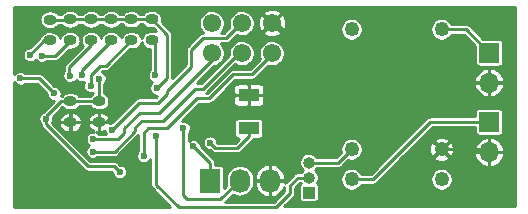
<source format=gbr>
G04 #@! TF.FileFunction,Copper,L2,Bot,Signal*
%FSLAX46Y46*%
G04 Gerber Fmt 4.6, Leading zero omitted, Abs format (unit mm)*
G04 Created by KiCad (PCBNEW 4.0.2+dfsg1-stable) date 2017年12月22日 星期五 14时14分46秒*
%MOMM*%
G01*
G04 APERTURE LIST*
%ADD10C,0.100000*%
%ADD11C,1.550000*%
%ADD12R,1.700000X1.700000*%
%ADD13O,1.700000X1.700000*%
%ADD14R,1.778000X1.117600*%
%ADD15O,1.100000X0.898400*%
%ADD16R,1.727200X2.032000*%
%ADD17O,1.727200X2.032000*%
%ADD18O,1.099820X0.896620*%
%ADD19R,1.000000X1.000000*%
%ADD20O,1.000000X1.000000*%
%ADD21C,1.250000*%
%ADD22C,0.600000*%
%ADD23C,0.250000*%
%ADD24C,0.254000*%
G04 APERTURE END LIST*
D10*
D11*
X144063720Y-100457000D03*
X144063720Y-97917000D03*
X146603720Y-100457000D03*
X146603720Y-97917000D03*
X149143720Y-100457000D03*
X149143720Y-97917000D03*
D12*
X167528240Y-100416360D03*
D13*
X167528240Y-102956360D03*
D14*
X147193000Y-106807000D03*
X147193000Y-104013000D03*
D15*
X132080000Y-104521000D03*
X132080000Y-106299000D03*
D16*
X143891000Y-111252000D03*
D17*
X146431000Y-111252000D03*
X148971000Y-111252000D03*
D18*
X135534400Y-99390200D03*
X135534400Y-97614740D03*
X133832600Y-99390200D03*
X133832600Y-97614740D03*
X132054600Y-99390200D03*
X132054600Y-97614740D03*
X130347720Y-99395280D03*
X130347720Y-97619820D03*
D12*
X167528240Y-106283760D03*
D13*
X167528240Y-108823760D03*
D19*
X152273000Y-112268000D03*
D20*
X152273000Y-110998000D03*
X152273000Y-109728000D03*
D18*
X134493000Y-104521000D03*
X134493000Y-106296460D03*
X138968480Y-99359720D03*
X138968480Y-97584260D03*
X137241280Y-99359720D03*
X137241280Y-97584260D03*
D21*
X163504880Y-98445320D03*
X163504880Y-108605320D03*
X155884880Y-111145320D03*
X163504880Y-111145320D03*
X155884880Y-108605320D03*
X155884880Y-98445320D03*
D22*
X135940800Y-105476040D03*
X136265920Y-110530640D03*
X134538720Y-102616000D03*
X130007360Y-106004360D03*
X143906240Y-108046520D03*
X138297920Y-109179360D03*
X142504160Y-108366560D03*
X135620760Y-106954320D03*
X130703320Y-103880920D03*
X127853440Y-102595680D03*
X134000240Y-107736640D03*
X133974840Y-108798360D03*
X141650720Y-106822240D03*
X139395200Y-103433880D03*
X139252960Y-102346760D03*
X133791960Y-103235760D03*
X133060440Y-102321360D03*
X132039360Y-102382320D03*
X129661920Y-100675440D03*
X128666240Y-100614480D03*
X139313920Y-107492800D03*
D23*
X149143720Y-97917000D02*
X149468840Y-97917000D01*
X149468840Y-97917000D02*
X150515320Y-98963480D01*
X150515320Y-101950520D02*
X148452840Y-104013000D01*
X150515320Y-98963480D02*
X150515320Y-101950520D01*
X149143720Y-97917000D02*
X148859240Y-97917000D01*
X132080000Y-106299000D02*
X134490460Y-106299000D01*
X134490460Y-106299000D02*
X134493000Y-106296460D01*
X135940800Y-105476040D02*
X135120380Y-106296460D01*
X135120380Y-106296460D02*
X134493000Y-106296460D01*
X163504880Y-108605320D02*
X167309800Y-108605320D01*
X167309800Y-108605320D02*
X167528240Y-108823760D01*
X147193000Y-104013000D02*
X148452840Y-104013000D01*
X148971000Y-104531160D02*
X148971000Y-111252000D01*
X148452840Y-104013000D02*
X148971000Y-104531160D01*
X130007360Y-106004360D02*
X130007360Y-106476800D01*
X135788400Y-110053120D02*
X136265920Y-110530640D01*
X133583680Y-110053120D02*
X135788400Y-110053120D01*
X130007360Y-106476800D02*
X133583680Y-110053120D01*
X134493000Y-104521000D02*
X134493000Y-102661720D01*
X134493000Y-102661720D02*
X134538720Y-102616000D01*
X132080000Y-104521000D02*
X134493000Y-104521000D01*
X132080000Y-104521000D02*
X131292600Y-104521000D01*
X130007360Y-105806240D02*
X130007360Y-106004360D01*
X131292600Y-104521000D02*
X130007360Y-105806240D01*
X147193000Y-106807000D02*
X147193000Y-107513120D01*
X144353280Y-108493560D02*
X143906240Y-108046520D01*
X146212560Y-108493560D02*
X144353280Y-108493560D01*
X147193000Y-107513120D02*
X146212560Y-108493560D01*
X138668760Y-106817160D02*
X140274040Y-106817160D01*
X140274040Y-106817160D02*
X140451418Y-106639782D01*
X149143720Y-100457000D02*
X149143720Y-100568760D01*
X149143720Y-100568760D02*
X147462240Y-102250240D01*
X142808960Y-104282240D02*
X140451418Y-106639782D01*
X143845280Y-104282240D02*
X142808960Y-104282240D01*
X145877280Y-102250240D02*
X143845280Y-104282240D01*
X147462240Y-102250240D02*
X145877280Y-102250240D01*
X138668760Y-106817160D02*
X138297920Y-107188000D01*
X138297920Y-107188000D02*
X138297920Y-109179360D01*
X143891000Y-111252000D02*
X143891000Y-109753400D01*
X143891000Y-109753400D02*
X142504160Y-108366560D01*
X143256000Y-99273360D02*
X143256000Y-99242880D01*
X143316960Y-99181920D02*
X145267680Y-99181920D01*
X143256000Y-99242880D02*
X143316960Y-99181920D01*
X142326360Y-101005640D02*
X142326360Y-101605080D01*
X140223240Y-103921560D02*
X139481560Y-104663240D01*
X140223240Y-103708200D02*
X140223240Y-103921560D01*
X142326360Y-101605080D02*
X140223240Y-103708200D01*
X146603720Y-97917000D02*
X146532600Y-97917000D01*
X146532600Y-97917000D02*
X145267680Y-99181920D01*
X143256000Y-99273360D02*
X143220440Y-99273360D01*
X143220440Y-99273360D02*
X142326360Y-100167440D01*
X142326360Y-100167440D02*
X142326360Y-101005640D01*
X139481560Y-104663240D02*
X137911840Y-104663240D01*
X137911840Y-104663240D02*
X135620760Y-106954320D01*
X130703320Y-103880920D02*
X129418080Y-102595680D01*
X129418080Y-102595680D02*
X127853440Y-102595680D01*
X139227560Y-105501440D02*
X139608560Y-105501440D01*
X141295120Y-103845360D02*
X144063720Y-101076760D01*
X141264640Y-103845360D02*
X141295120Y-103845360D01*
X139608560Y-105501440D02*
X141264640Y-103845360D01*
X144063720Y-101076760D02*
X144063720Y-100457000D01*
X139227560Y-105501440D02*
X137972800Y-105501440D01*
X136652000Y-107188000D02*
X136103360Y-107736640D01*
X136652000Y-106822240D02*
X136652000Y-107188000D01*
X137972800Y-105501440D02*
X136652000Y-106822240D01*
X136103360Y-107736640D02*
X134000240Y-107736640D01*
X138351260Y-106189780D02*
X138122660Y-106189780D01*
X137556240Y-107071160D02*
X137546080Y-107081320D01*
X137556240Y-106756200D02*
X137556240Y-107071160D01*
X138122660Y-106189780D02*
X137556240Y-106756200D01*
X142692120Y-103464360D02*
X143332200Y-103464360D01*
X143332200Y-103464360D02*
X146339560Y-100457000D01*
X146339560Y-100457000D02*
X146603720Y-100457000D01*
X139519660Y-106189780D02*
X139931140Y-106189780D01*
X142656560Y-103464360D02*
X142692120Y-103464360D01*
X139931140Y-106189780D02*
X142656560Y-103464360D01*
X139519660Y-106189780D02*
X138351260Y-106189780D01*
X137546080Y-107081320D02*
X135829040Y-108798360D01*
X135829040Y-108798360D02*
X133974840Y-108798360D01*
X146603720Y-100457000D02*
X146395440Y-100457000D01*
X146431000Y-111252000D02*
X146364960Y-111252000D01*
X146364960Y-111252000D02*
X144759680Y-112857280D01*
X144759680Y-112857280D02*
X141996160Y-112857280D01*
X141996160Y-112857280D02*
X141650720Y-112511840D01*
X141650720Y-112511840D02*
X141650720Y-106822240D01*
X155884880Y-111145320D02*
X157693360Y-111145320D01*
X162554920Y-106283760D02*
X167528240Y-106283760D01*
X157693360Y-111145320D02*
X162554920Y-106283760D01*
X138968480Y-97584260D02*
X138968480Y-97617280D01*
X138968480Y-97617280D02*
X140258800Y-98907600D01*
X140258800Y-102570280D02*
X139395200Y-103433880D01*
X140258800Y-98907600D02*
X140258800Y-102570280D01*
X130347720Y-97619820D02*
X132049520Y-97619820D01*
X132049520Y-97619820D02*
X132054600Y-97614740D01*
X132054600Y-97614740D02*
X135534400Y-97614740D01*
X135534400Y-97614740D02*
X135564880Y-97584260D01*
X135564880Y-97584260D02*
X137241280Y-97584260D01*
X137241280Y-97584260D02*
X138968480Y-97584260D01*
X138968480Y-99359720D02*
X138968480Y-99430840D01*
X138968480Y-99430840D02*
X139252960Y-99715320D01*
X139252960Y-99715320D02*
X139252960Y-102346760D01*
X138968480Y-99359720D02*
X139044680Y-99359720D01*
X134604760Y-101523800D02*
X135077200Y-101523800D01*
X135077200Y-101523800D02*
X137241280Y-99359720D01*
X137241280Y-99359720D02*
X136768840Y-99359720D01*
X134604760Y-101523800D02*
X133791960Y-102336600D01*
X133791960Y-102336600D02*
X133791960Y-103235760D01*
X135534400Y-99390200D02*
X135534400Y-99420680D01*
X135534400Y-99420680D02*
X133060440Y-101894640D01*
X133060440Y-101894640D02*
X133060440Y-102321360D01*
X133832600Y-99390200D02*
X133832600Y-99796600D01*
X133832600Y-99796600D02*
X131993640Y-101635560D01*
X131993640Y-102336600D02*
X132039360Y-102382320D01*
X131993640Y-101635560D02*
X131993640Y-102336600D01*
X130352800Y-100695760D02*
X130769360Y-100695760D01*
X130769360Y-100695760D02*
X132054600Y-99410520D01*
X132054600Y-99410520D02*
X132054600Y-99390200D01*
X132054600Y-99390200D02*
X131658360Y-99390200D01*
X130352800Y-100695760D02*
X130373120Y-100675440D01*
X130373120Y-100675440D02*
X129661920Y-100675440D01*
X130347720Y-99395280D02*
X129885440Y-99395280D01*
X129885440Y-99395280D02*
X128666240Y-100614480D01*
X152273000Y-110998000D02*
X151312880Y-110998000D01*
X139313920Y-111597440D02*
X139313920Y-107492800D01*
X141244320Y-113527840D02*
X139313920Y-111597440D01*
X149473920Y-113527840D02*
X141244320Y-113527840D01*
X150652480Y-112349280D02*
X149473920Y-113527840D01*
X150652480Y-111658400D02*
X150652480Y-112349280D01*
X151312880Y-110998000D02*
X150652480Y-111658400D01*
X163504880Y-98445320D02*
X165557200Y-98445320D01*
X165557200Y-98445320D02*
X167528240Y-100416360D01*
X152273000Y-109728000D02*
X154762200Y-109728000D01*
X154762200Y-109728000D02*
X155884880Y-108605320D01*
D24*
G36*
X138140800Y-99651355D02*
X138211193Y-99786003D01*
X138306398Y-99904415D01*
X138422790Y-100002079D01*
X138555934Y-100075276D01*
X138700761Y-100121218D01*
X138797760Y-100132098D01*
X138797760Y-101910438D01*
X138767863Y-101939715D01*
X138698040Y-102041690D01*
X138649353Y-102155285D01*
X138623657Y-102276172D01*
X138621932Y-102399749D01*
X138644242Y-102521307D01*
X138689738Y-102636217D01*
X138756687Y-102740101D01*
X138842539Y-102829003D01*
X138944023Y-102899537D01*
X139014046Y-102930129D01*
X138998404Y-102940365D01*
X138910103Y-103026835D01*
X138840280Y-103128810D01*
X138791593Y-103242405D01*
X138765897Y-103363292D01*
X138764172Y-103486869D01*
X138786482Y-103608427D01*
X138831978Y-103723337D01*
X138898927Y-103827221D01*
X138984779Y-103916123D01*
X139086263Y-103986657D01*
X139199515Y-104036136D01*
X139320221Y-104062674D01*
X139435951Y-104065099D01*
X139293010Y-104208040D01*
X137911840Y-104208040D01*
X137869980Y-104212144D01*
X137828105Y-104215808D01*
X137825808Y-104216475D01*
X137823425Y-104216709D01*
X137783153Y-104228868D01*
X137742793Y-104240594D01*
X137740669Y-104241695D01*
X137738377Y-104242387D01*
X137701211Y-104262148D01*
X137663920Y-104281478D01*
X137662053Y-104282968D01*
X137659936Y-104284094D01*
X137627343Y-104310676D01*
X137594490Y-104336902D01*
X137591158Y-104340188D01*
X137591091Y-104340243D01*
X137591040Y-104340305D01*
X137589965Y-104341365D01*
X135607346Y-106323984D01*
X135563367Y-106323677D01*
X135441968Y-106346835D01*
X135395661Y-106365544D01*
X135365755Y-106321460D01*
X134518000Y-106321460D01*
X134518000Y-107175770D01*
X134619600Y-107175770D01*
X134790665Y-107153997D01*
X134954195Y-107099269D01*
X135001633Y-107072152D01*
X135012042Y-107128867D01*
X135057538Y-107243777D01*
X135081810Y-107281440D01*
X134436387Y-107281440D01*
X134403888Y-107248713D01*
X134301429Y-107179603D01*
X134260135Y-107162245D01*
X134366400Y-107175770D01*
X134468000Y-107175770D01*
X134468000Y-106321460D01*
X133620245Y-106321460D01*
X133527177Y-106458651D01*
X133569456Y-106609860D01*
X133646391Y-106764191D01*
X133751956Y-106900548D01*
X133882094Y-107013690D01*
X134031805Y-107099269D01*
X134054233Y-107106775D01*
X133942847Y-107105997D01*
X133821448Y-107129155D01*
X133706858Y-107175452D01*
X133603444Y-107243125D01*
X133515143Y-107329595D01*
X133445320Y-107431570D01*
X133396633Y-107545165D01*
X133370937Y-107666052D01*
X133369212Y-107789629D01*
X133391522Y-107911187D01*
X133437018Y-108026097D01*
X133503967Y-108129981D01*
X133589819Y-108218883D01*
X133647812Y-108259190D01*
X133578044Y-108304845D01*
X133489743Y-108391315D01*
X133419920Y-108493290D01*
X133371233Y-108606885D01*
X133345537Y-108727772D01*
X133343812Y-108851349D01*
X133366122Y-108972907D01*
X133411618Y-109087817D01*
X133478567Y-109191701D01*
X133564419Y-109280603D01*
X133665903Y-109351137D01*
X133779155Y-109400616D01*
X133899861Y-109427154D01*
X134023422Y-109429743D01*
X134145133Y-109408282D01*
X134260358Y-109363589D01*
X134364707Y-109297367D01*
X134410709Y-109253560D01*
X135829040Y-109253560D01*
X135870904Y-109249455D01*
X135912775Y-109245792D01*
X135915072Y-109245125D01*
X135917455Y-109244891D01*
X135957727Y-109232732D01*
X135998087Y-109221006D01*
X136000211Y-109219905D01*
X136002503Y-109219213D01*
X136039630Y-109199473D01*
X136076960Y-109180123D01*
X136078831Y-109178630D01*
X136080944Y-109177506D01*
X136113509Y-109150946D01*
X136146390Y-109124698D01*
X136149722Y-109121412D01*
X136149789Y-109121357D01*
X136149840Y-109121295D01*
X136150915Y-109120235D01*
X137842720Y-107428430D01*
X137842720Y-108743038D01*
X137812823Y-108772315D01*
X137743000Y-108874290D01*
X137694313Y-108987885D01*
X137668617Y-109108772D01*
X137666892Y-109232349D01*
X137689202Y-109353907D01*
X137734698Y-109468817D01*
X137801647Y-109572701D01*
X137887499Y-109661603D01*
X137988983Y-109732137D01*
X138102235Y-109781616D01*
X138222941Y-109808154D01*
X138346502Y-109810743D01*
X138468213Y-109789282D01*
X138583438Y-109744589D01*
X138687787Y-109678367D01*
X138777286Y-109593138D01*
X138848527Y-109492148D01*
X138858720Y-109469254D01*
X138858720Y-111597440D01*
X138862825Y-111639304D01*
X138866488Y-111681175D01*
X138867155Y-111683472D01*
X138867389Y-111685855D01*
X138879548Y-111726127D01*
X138891274Y-111766487D01*
X138892375Y-111768611D01*
X138893067Y-111770903D01*
X138912807Y-111808030D01*
X138932157Y-111845360D01*
X138933650Y-111847231D01*
X138934774Y-111849344D01*
X138961334Y-111881909D01*
X138987582Y-111914790D01*
X138990868Y-111918122D01*
X138990923Y-111918189D01*
X138990985Y-111918240D01*
X138992045Y-111919315D01*
X140547204Y-113474474D01*
X135659261Y-113488400D01*
X127316300Y-113488400D01*
X127316300Y-102925608D01*
X127357167Y-102989021D01*
X127443019Y-103077923D01*
X127544503Y-103148457D01*
X127657755Y-103197936D01*
X127778461Y-103224474D01*
X127902022Y-103227063D01*
X128023733Y-103205602D01*
X128138958Y-103160909D01*
X128243307Y-103094687D01*
X128289309Y-103050880D01*
X129229530Y-103050880D01*
X130072846Y-103894196D01*
X130072292Y-103933909D01*
X130094602Y-104055467D01*
X130140098Y-104170377D01*
X130207047Y-104274261D01*
X130292899Y-104363163D01*
X130394383Y-104433697D01*
X130507635Y-104483176D01*
X130628341Y-104509714D01*
X130659483Y-104510367D01*
X129735288Y-105434562D01*
X129713978Y-105443172D01*
X129610564Y-105510845D01*
X129522263Y-105597315D01*
X129452440Y-105699290D01*
X129403753Y-105812885D01*
X129378057Y-105933772D01*
X129376332Y-106057349D01*
X129398642Y-106178907D01*
X129444138Y-106293817D01*
X129511087Y-106397701D01*
X129552160Y-106440233D01*
X129552160Y-106476800D01*
X129556265Y-106518664D01*
X129559928Y-106560535D01*
X129560595Y-106562832D01*
X129560829Y-106565215D01*
X129572988Y-106605487D01*
X129584714Y-106645847D01*
X129585815Y-106647971D01*
X129586507Y-106650263D01*
X129606247Y-106687390D01*
X129625597Y-106724720D01*
X129627090Y-106726591D01*
X129628214Y-106728704D01*
X129654774Y-106761269D01*
X129681022Y-106794150D01*
X129684308Y-106797482D01*
X129684363Y-106797549D01*
X129684425Y-106797600D01*
X129685485Y-106798675D01*
X133261805Y-110374995D01*
X133294280Y-110401670D01*
X133326507Y-110428712D01*
X133328606Y-110429866D01*
X133330454Y-110431384D01*
X133367508Y-110451252D01*
X133404358Y-110471510D01*
X133406639Y-110472234D01*
X133408749Y-110473365D01*
X133448988Y-110485668D01*
X133489039Y-110498373D01*
X133491415Y-110498640D01*
X133493706Y-110499340D01*
X133535535Y-110503588D01*
X133577324Y-110508276D01*
X133582005Y-110508308D01*
X133582090Y-110508317D01*
X133582169Y-110508310D01*
X133583680Y-110508320D01*
X135599850Y-110508320D01*
X135635446Y-110543916D01*
X135634892Y-110583629D01*
X135657202Y-110705187D01*
X135702698Y-110820097D01*
X135769647Y-110923981D01*
X135855499Y-111012883D01*
X135956983Y-111083417D01*
X136070235Y-111132896D01*
X136190941Y-111159434D01*
X136314502Y-111162023D01*
X136436213Y-111140562D01*
X136551438Y-111095869D01*
X136655787Y-111029647D01*
X136745286Y-110944418D01*
X136816527Y-110843428D01*
X136866795Y-110730524D01*
X136894176Y-110610007D01*
X136896147Y-110468846D01*
X136872142Y-110347611D01*
X136825046Y-110233348D01*
X136756653Y-110130408D01*
X136669568Y-110042713D01*
X136567109Y-109973603D01*
X136453177Y-109925711D01*
X136332113Y-109900860D01*
X136279523Y-109900493D01*
X136110275Y-109731245D01*
X136077800Y-109704570D01*
X136045573Y-109677528D01*
X136043474Y-109676374D01*
X136041626Y-109674856D01*
X136004572Y-109654988D01*
X135967722Y-109634730D01*
X135965441Y-109634006D01*
X135963331Y-109632875D01*
X135923092Y-109620572D01*
X135883041Y-109607867D01*
X135880665Y-109607600D01*
X135878374Y-109606900D01*
X135836545Y-109602652D01*
X135794756Y-109597964D01*
X135790075Y-109597932D01*
X135789990Y-109597923D01*
X135789911Y-109597930D01*
X135788400Y-109597920D01*
X133772230Y-109597920D01*
X130635640Y-106461330D01*
X131114098Y-106461330D01*
X131156433Y-106612741D01*
X131233450Y-106767226D01*
X131339126Y-106903718D01*
X131469400Y-107016971D01*
X131619265Y-107102632D01*
X131782962Y-107157410D01*
X131954200Y-107179200D01*
X132055000Y-107179200D01*
X132055000Y-106324000D01*
X132105000Y-106324000D01*
X132105000Y-107179200D01*
X132205800Y-107179200D01*
X132377038Y-107157410D01*
X132540735Y-107102632D01*
X132690600Y-107016971D01*
X132820874Y-106903718D01*
X132926550Y-106767226D01*
X133003567Y-106612741D01*
X133045902Y-106461330D01*
X132952845Y-106324000D01*
X132105000Y-106324000D01*
X132055000Y-106324000D01*
X131207155Y-106324000D01*
X131114098Y-106461330D01*
X130635640Y-106461330D01*
X130530456Y-106356146D01*
X130557967Y-106317148D01*
X130608235Y-106204244D01*
X130623587Y-106136670D01*
X131114098Y-106136670D01*
X131207155Y-106274000D01*
X132055000Y-106274000D01*
X132055000Y-105418800D01*
X132105000Y-105418800D01*
X132105000Y-106274000D01*
X132952845Y-106274000D01*
X133045902Y-106136670D01*
X133045231Y-106134269D01*
X133527177Y-106134269D01*
X133620245Y-106271460D01*
X134468000Y-106271460D01*
X134468000Y-105417150D01*
X134518000Y-105417150D01*
X134518000Y-106271460D01*
X135365755Y-106271460D01*
X135458823Y-106134269D01*
X135416544Y-105983060D01*
X135339609Y-105828729D01*
X135234044Y-105692372D01*
X135103906Y-105579230D01*
X134954195Y-105493651D01*
X134790665Y-105438923D01*
X134619600Y-105417150D01*
X134518000Y-105417150D01*
X134468000Y-105417150D01*
X134366400Y-105417150D01*
X134195335Y-105438923D01*
X134031805Y-105493651D01*
X133882094Y-105579230D01*
X133751956Y-105692372D01*
X133646391Y-105828729D01*
X133569456Y-105983060D01*
X133527177Y-106134269D01*
X133045231Y-106134269D01*
X133003567Y-105985259D01*
X132926550Y-105830774D01*
X132820874Y-105694282D01*
X132690600Y-105581029D01*
X132540735Y-105495368D01*
X132377038Y-105440590D01*
X132205800Y-105418800D01*
X132105000Y-105418800D01*
X132055000Y-105418800D01*
X131954200Y-105418800D01*
X131782962Y-105440590D01*
X131619265Y-105495368D01*
X131469400Y-105581029D01*
X131339126Y-105694282D01*
X131233450Y-105830774D01*
X131156433Y-105985259D01*
X131114098Y-106136670D01*
X130623587Y-106136670D01*
X130635616Y-106083727D01*
X130637587Y-105942566D01*
X130617290Y-105840060D01*
X131406026Y-105051324D01*
X131418081Y-105066318D01*
X131534606Y-105164093D01*
X131667903Y-105237374D01*
X131812895Y-105283368D01*
X131964059Y-105300324D01*
X131974941Y-105300400D01*
X132185059Y-105300400D01*
X132336445Y-105285556D01*
X132482065Y-105241591D01*
X132616372Y-105170179D01*
X132734251Y-105074039D01*
X132815191Y-104976200D01*
X133758963Y-104976200D01*
X133830918Y-105065695D01*
X133947310Y-105163359D01*
X134080454Y-105236556D01*
X134225281Y-105282498D01*
X134376272Y-105299434D01*
X134387142Y-105299510D01*
X134598858Y-105299510D01*
X134750071Y-105284683D01*
X134895525Y-105240768D01*
X135029679Y-105169438D01*
X135147423Y-105073408D01*
X135244272Y-104956337D01*
X135316538Y-104822685D01*
X135361467Y-104677541D01*
X135377349Y-104526435D01*
X135363578Y-104375122D01*
X135320680Y-104229365D01*
X135250287Y-104094717D01*
X135155082Y-103976305D01*
X135038690Y-103878641D01*
X134948200Y-103828893D01*
X134948200Y-103096330D01*
X135018086Y-103029778D01*
X135089327Y-102928788D01*
X135139595Y-102815884D01*
X135166976Y-102695367D01*
X135168947Y-102554206D01*
X135144942Y-102432971D01*
X135097846Y-102318708D01*
X135029453Y-102215768D01*
X134942368Y-102128073D01*
X134839909Y-102058963D01*
X134750803Y-102021507D01*
X134793310Y-101979000D01*
X135077200Y-101979000D01*
X135119064Y-101974895D01*
X135160935Y-101971232D01*
X135163232Y-101970565D01*
X135165615Y-101970331D01*
X135205887Y-101958172D01*
X135246247Y-101946446D01*
X135248371Y-101945345D01*
X135250663Y-101944653D01*
X135287790Y-101924913D01*
X135325120Y-101905563D01*
X135326991Y-101904070D01*
X135329104Y-101902946D01*
X135361669Y-101876386D01*
X135394550Y-101850138D01*
X135397882Y-101846852D01*
X135397949Y-101846797D01*
X135398000Y-101846735D01*
X135399075Y-101845675D01*
X137108407Y-100136343D01*
X137124552Y-100138154D01*
X137135422Y-100138230D01*
X137347138Y-100138230D01*
X137498351Y-100123403D01*
X137643805Y-100079488D01*
X137777959Y-100008158D01*
X137895703Y-99912128D01*
X137992552Y-99795057D01*
X138064818Y-99661405D01*
X138105284Y-99530680D01*
X138140800Y-99651355D01*
X138140800Y-99651355D01*
G37*
X138140800Y-99651355D02*
X138211193Y-99786003D01*
X138306398Y-99904415D01*
X138422790Y-100002079D01*
X138555934Y-100075276D01*
X138700761Y-100121218D01*
X138797760Y-100132098D01*
X138797760Y-101910438D01*
X138767863Y-101939715D01*
X138698040Y-102041690D01*
X138649353Y-102155285D01*
X138623657Y-102276172D01*
X138621932Y-102399749D01*
X138644242Y-102521307D01*
X138689738Y-102636217D01*
X138756687Y-102740101D01*
X138842539Y-102829003D01*
X138944023Y-102899537D01*
X139014046Y-102930129D01*
X138998404Y-102940365D01*
X138910103Y-103026835D01*
X138840280Y-103128810D01*
X138791593Y-103242405D01*
X138765897Y-103363292D01*
X138764172Y-103486869D01*
X138786482Y-103608427D01*
X138831978Y-103723337D01*
X138898927Y-103827221D01*
X138984779Y-103916123D01*
X139086263Y-103986657D01*
X139199515Y-104036136D01*
X139320221Y-104062674D01*
X139435951Y-104065099D01*
X139293010Y-104208040D01*
X137911840Y-104208040D01*
X137869980Y-104212144D01*
X137828105Y-104215808D01*
X137825808Y-104216475D01*
X137823425Y-104216709D01*
X137783153Y-104228868D01*
X137742793Y-104240594D01*
X137740669Y-104241695D01*
X137738377Y-104242387D01*
X137701211Y-104262148D01*
X137663920Y-104281478D01*
X137662053Y-104282968D01*
X137659936Y-104284094D01*
X137627343Y-104310676D01*
X137594490Y-104336902D01*
X137591158Y-104340188D01*
X137591091Y-104340243D01*
X137591040Y-104340305D01*
X137589965Y-104341365D01*
X135607346Y-106323984D01*
X135563367Y-106323677D01*
X135441968Y-106346835D01*
X135395661Y-106365544D01*
X135365755Y-106321460D01*
X134518000Y-106321460D01*
X134518000Y-107175770D01*
X134619600Y-107175770D01*
X134790665Y-107153997D01*
X134954195Y-107099269D01*
X135001633Y-107072152D01*
X135012042Y-107128867D01*
X135057538Y-107243777D01*
X135081810Y-107281440D01*
X134436387Y-107281440D01*
X134403888Y-107248713D01*
X134301429Y-107179603D01*
X134260135Y-107162245D01*
X134366400Y-107175770D01*
X134468000Y-107175770D01*
X134468000Y-106321460D01*
X133620245Y-106321460D01*
X133527177Y-106458651D01*
X133569456Y-106609860D01*
X133646391Y-106764191D01*
X133751956Y-106900548D01*
X133882094Y-107013690D01*
X134031805Y-107099269D01*
X134054233Y-107106775D01*
X133942847Y-107105997D01*
X133821448Y-107129155D01*
X133706858Y-107175452D01*
X133603444Y-107243125D01*
X133515143Y-107329595D01*
X133445320Y-107431570D01*
X133396633Y-107545165D01*
X133370937Y-107666052D01*
X133369212Y-107789629D01*
X133391522Y-107911187D01*
X133437018Y-108026097D01*
X133503967Y-108129981D01*
X133589819Y-108218883D01*
X133647812Y-108259190D01*
X133578044Y-108304845D01*
X133489743Y-108391315D01*
X133419920Y-108493290D01*
X133371233Y-108606885D01*
X133345537Y-108727772D01*
X133343812Y-108851349D01*
X133366122Y-108972907D01*
X133411618Y-109087817D01*
X133478567Y-109191701D01*
X133564419Y-109280603D01*
X133665903Y-109351137D01*
X133779155Y-109400616D01*
X133899861Y-109427154D01*
X134023422Y-109429743D01*
X134145133Y-109408282D01*
X134260358Y-109363589D01*
X134364707Y-109297367D01*
X134410709Y-109253560D01*
X135829040Y-109253560D01*
X135870904Y-109249455D01*
X135912775Y-109245792D01*
X135915072Y-109245125D01*
X135917455Y-109244891D01*
X135957727Y-109232732D01*
X135998087Y-109221006D01*
X136000211Y-109219905D01*
X136002503Y-109219213D01*
X136039630Y-109199473D01*
X136076960Y-109180123D01*
X136078831Y-109178630D01*
X136080944Y-109177506D01*
X136113509Y-109150946D01*
X136146390Y-109124698D01*
X136149722Y-109121412D01*
X136149789Y-109121357D01*
X136149840Y-109121295D01*
X136150915Y-109120235D01*
X137842720Y-107428430D01*
X137842720Y-108743038D01*
X137812823Y-108772315D01*
X137743000Y-108874290D01*
X137694313Y-108987885D01*
X137668617Y-109108772D01*
X137666892Y-109232349D01*
X137689202Y-109353907D01*
X137734698Y-109468817D01*
X137801647Y-109572701D01*
X137887499Y-109661603D01*
X137988983Y-109732137D01*
X138102235Y-109781616D01*
X138222941Y-109808154D01*
X138346502Y-109810743D01*
X138468213Y-109789282D01*
X138583438Y-109744589D01*
X138687787Y-109678367D01*
X138777286Y-109593138D01*
X138848527Y-109492148D01*
X138858720Y-109469254D01*
X138858720Y-111597440D01*
X138862825Y-111639304D01*
X138866488Y-111681175D01*
X138867155Y-111683472D01*
X138867389Y-111685855D01*
X138879548Y-111726127D01*
X138891274Y-111766487D01*
X138892375Y-111768611D01*
X138893067Y-111770903D01*
X138912807Y-111808030D01*
X138932157Y-111845360D01*
X138933650Y-111847231D01*
X138934774Y-111849344D01*
X138961334Y-111881909D01*
X138987582Y-111914790D01*
X138990868Y-111918122D01*
X138990923Y-111918189D01*
X138990985Y-111918240D01*
X138992045Y-111919315D01*
X140547204Y-113474474D01*
X135659261Y-113488400D01*
X127316300Y-113488400D01*
X127316300Y-102925608D01*
X127357167Y-102989021D01*
X127443019Y-103077923D01*
X127544503Y-103148457D01*
X127657755Y-103197936D01*
X127778461Y-103224474D01*
X127902022Y-103227063D01*
X128023733Y-103205602D01*
X128138958Y-103160909D01*
X128243307Y-103094687D01*
X128289309Y-103050880D01*
X129229530Y-103050880D01*
X130072846Y-103894196D01*
X130072292Y-103933909D01*
X130094602Y-104055467D01*
X130140098Y-104170377D01*
X130207047Y-104274261D01*
X130292899Y-104363163D01*
X130394383Y-104433697D01*
X130507635Y-104483176D01*
X130628341Y-104509714D01*
X130659483Y-104510367D01*
X129735288Y-105434562D01*
X129713978Y-105443172D01*
X129610564Y-105510845D01*
X129522263Y-105597315D01*
X129452440Y-105699290D01*
X129403753Y-105812885D01*
X129378057Y-105933772D01*
X129376332Y-106057349D01*
X129398642Y-106178907D01*
X129444138Y-106293817D01*
X129511087Y-106397701D01*
X129552160Y-106440233D01*
X129552160Y-106476800D01*
X129556265Y-106518664D01*
X129559928Y-106560535D01*
X129560595Y-106562832D01*
X129560829Y-106565215D01*
X129572988Y-106605487D01*
X129584714Y-106645847D01*
X129585815Y-106647971D01*
X129586507Y-106650263D01*
X129606247Y-106687390D01*
X129625597Y-106724720D01*
X129627090Y-106726591D01*
X129628214Y-106728704D01*
X129654774Y-106761269D01*
X129681022Y-106794150D01*
X129684308Y-106797482D01*
X129684363Y-106797549D01*
X129684425Y-106797600D01*
X129685485Y-106798675D01*
X133261805Y-110374995D01*
X133294280Y-110401670D01*
X133326507Y-110428712D01*
X133328606Y-110429866D01*
X133330454Y-110431384D01*
X133367508Y-110451252D01*
X133404358Y-110471510D01*
X133406639Y-110472234D01*
X133408749Y-110473365D01*
X133448988Y-110485668D01*
X133489039Y-110498373D01*
X133491415Y-110498640D01*
X133493706Y-110499340D01*
X133535535Y-110503588D01*
X133577324Y-110508276D01*
X133582005Y-110508308D01*
X133582090Y-110508317D01*
X133582169Y-110508310D01*
X133583680Y-110508320D01*
X135599850Y-110508320D01*
X135635446Y-110543916D01*
X135634892Y-110583629D01*
X135657202Y-110705187D01*
X135702698Y-110820097D01*
X135769647Y-110923981D01*
X135855499Y-111012883D01*
X135956983Y-111083417D01*
X136070235Y-111132896D01*
X136190941Y-111159434D01*
X136314502Y-111162023D01*
X136436213Y-111140562D01*
X136551438Y-111095869D01*
X136655787Y-111029647D01*
X136745286Y-110944418D01*
X136816527Y-110843428D01*
X136866795Y-110730524D01*
X136894176Y-110610007D01*
X136896147Y-110468846D01*
X136872142Y-110347611D01*
X136825046Y-110233348D01*
X136756653Y-110130408D01*
X136669568Y-110042713D01*
X136567109Y-109973603D01*
X136453177Y-109925711D01*
X136332113Y-109900860D01*
X136279523Y-109900493D01*
X136110275Y-109731245D01*
X136077800Y-109704570D01*
X136045573Y-109677528D01*
X136043474Y-109676374D01*
X136041626Y-109674856D01*
X136004572Y-109654988D01*
X135967722Y-109634730D01*
X135965441Y-109634006D01*
X135963331Y-109632875D01*
X135923092Y-109620572D01*
X135883041Y-109607867D01*
X135880665Y-109607600D01*
X135878374Y-109606900D01*
X135836545Y-109602652D01*
X135794756Y-109597964D01*
X135790075Y-109597932D01*
X135789990Y-109597923D01*
X135789911Y-109597930D01*
X135788400Y-109597920D01*
X133772230Y-109597920D01*
X130635640Y-106461330D01*
X131114098Y-106461330D01*
X131156433Y-106612741D01*
X131233450Y-106767226D01*
X131339126Y-106903718D01*
X131469400Y-107016971D01*
X131619265Y-107102632D01*
X131782962Y-107157410D01*
X131954200Y-107179200D01*
X132055000Y-107179200D01*
X132055000Y-106324000D01*
X132105000Y-106324000D01*
X132105000Y-107179200D01*
X132205800Y-107179200D01*
X132377038Y-107157410D01*
X132540735Y-107102632D01*
X132690600Y-107016971D01*
X132820874Y-106903718D01*
X132926550Y-106767226D01*
X133003567Y-106612741D01*
X133045902Y-106461330D01*
X132952845Y-106324000D01*
X132105000Y-106324000D01*
X132055000Y-106324000D01*
X131207155Y-106324000D01*
X131114098Y-106461330D01*
X130635640Y-106461330D01*
X130530456Y-106356146D01*
X130557967Y-106317148D01*
X130608235Y-106204244D01*
X130623587Y-106136670D01*
X131114098Y-106136670D01*
X131207155Y-106274000D01*
X132055000Y-106274000D01*
X132055000Y-105418800D01*
X132105000Y-105418800D01*
X132105000Y-106274000D01*
X132952845Y-106274000D01*
X133045902Y-106136670D01*
X133045231Y-106134269D01*
X133527177Y-106134269D01*
X133620245Y-106271460D01*
X134468000Y-106271460D01*
X134468000Y-105417150D01*
X134518000Y-105417150D01*
X134518000Y-106271460D01*
X135365755Y-106271460D01*
X135458823Y-106134269D01*
X135416544Y-105983060D01*
X135339609Y-105828729D01*
X135234044Y-105692372D01*
X135103906Y-105579230D01*
X134954195Y-105493651D01*
X134790665Y-105438923D01*
X134619600Y-105417150D01*
X134518000Y-105417150D01*
X134468000Y-105417150D01*
X134366400Y-105417150D01*
X134195335Y-105438923D01*
X134031805Y-105493651D01*
X133882094Y-105579230D01*
X133751956Y-105692372D01*
X133646391Y-105828729D01*
X133569456Y-105983060D01*
X133527177Y-106134269D01*
X133045231Y-106134269D01*
X133003567Y-105985259D01*
X132926550Y-105830774D01*
X132820874Y-105694282D01*
X132690600Y-105581029D01*
X132540735Y-105495368D01*
X132377038Y-105440590D01*
X132205800Y-105418800D01*
X132105000Y-105418800D01*
X132055000Y-105418800D01*
X131954200Y-105418800D01*
X131782962Y-105440590D01*
X131619265Y-105495368D01*
X131469400Y-105581029D01*
X131339126Y-105694282D01*
X131233450Y-105830774D01*
X131156433Y-105985259D01*
X131114098Y-106136670D01*
X130623587Y-106136670D01*
X130635616Y-106083727D01*
X130637587Y-105942566D01*
X130617290Y-105840060D01*
X131406026Y-105051324D01*
X131418081Y-105066318D01*
X131534606Y-105164093D01*
X131667903Y-105237374D01*
X131812895Y-105283368D01*
X131964059Y-105300324D01*
X131974941Y-105300400D01*
X132185059Y-105300400D01*
X132336445Y-105285556D01*
X132482065Y-105241591D01*
X132616372Y-105170179D01*
X132734251Y-105074039D01*
X132815191Y-104976200D01*
X133758963Y-104976200D01*
X133830918Y-105065695D01*
X133947310Y-105163359D01*
X134080454Y-105236556D01*
X134225281Y-105282498D01*
X134376272Y-105299434D01*
X134387142Y-105299510D01*
X134598858Y-105299510D01*
X134750071Y-105284683D01*
X134895525Y-105240768D01*
X135029679Y-105169438D01*
X135147423Y-105073408D01*
X135244272Y-104956337D01*
X135316538Y-104822685D01*
X135361467Y-104677541D01*
X135377349Y-104526435D01*
X135363578Y-104375122D01*
X135320680Y-104229365D01*
X135250287Y-104094717D01*
X135155082Y-103976305D01*
X135038690Y-103878641D01*
X134948200Y-103828893D01*
X134948200Y-103096330D01*
X135018086Y-103029778D01*
X135089327Y-102928788D01*
X135139595Y-102815884D01*
X135166976Y-102695367D01*
X135168947Y-102554206D01*
X135144942Y-102432971D01*
X135097846Y-102318708D01*
X135029453Y-102215768D01*
X134942368Y-102128073D01*
X134839909Y-102058963D01*
X134750803Y-102021507D01*
X134793310Y-101979000D01*
X135077200Y-101979000D01*
X135119064Y-101974895D01*
X135160935Y-101971232D01*
X135163232Y-101970565D01*
X135165615Y-101970331D01*
X135205887Y-101958172D01*
X135246247Y-101946446D01*
X135248371Y-101945345D01*
X135250663Y-101944653D01*
X135287790Y-101924913D01*
X135325120Y-101905563D01*
X135326991Y-101904070D01*
X135329104Y-101902946D01*
X135361669Y-101876386D01*
X135394550Y-101850138D01*
X135397882Y-101846852D01*
X135397949Y-101846797D01*
X135398000Y-101846735D01*
X135399075Y-101845675D01*
X137108407Y-100136343D01*
X137124552Y-100138154D01*
X137135422Y-100138230D01*
X137347138Y-100138230D01*
X137498351Y-100123403D01*
X137643805Y-100079488D01*
X137777959Y-100008158D01*
X137895703Y-99912128D01*
X137992552Y-99795057D01*
X138064818Y-99661405D01*
X138105284Y-99530680D01*
X138140800Y-99651355D01*
G36*
X169685900Y-113391458D02*
X150198532Y-113446978D01*
X150974355Y-112671155D01*
X151001030Y-112638680D01*
X151028072Y-112606453D01*
X151029226Y-112604354D01*
X151030744Y-112602506D01*
X151050612Y-112565452D01*
X151070870Y-112528602D01*
X151071594Y-112526321D01*
X151072725Y-112524211D01*
X151085024Y-112483985D01*
X151097733Y-112443921D01*
X151098000Y-112441544D01*
X151098700Y-112439253D01*
X151102947Y-112397435D01*
X151107636Y-112355636D01*
X151107668Y-112350954D01*
X151107677Y-112350869D01*
X151107670Y-112350790D01*
X151107680Y-112349280D01*
X151107680Y-111846950D01*
X151501430Y-111453200D01*
X151574794Y-111453200D01*
X151602126Y-111487194D01*
X151553270Y-111519388D01*
X151492707Y-111590446D01*
X151454339Y-111675564D01*
X151441203Y-111768000D01*
X151441203Y-112768000D01*
X151445396Y-112820583D01*
X151473016Y-112909769D01*
X151524388Y-112987730D01*
X151595446Y-113048293D01*
X151680564Y-113086661D01*
X151773000Y-113099797D01*
X152773000Y-113099797D01*
X152825583Y-113095604D01*
X152914769Y-113067984D01*
X152992730Y-113016612D01*
X153053293Y-112945554D01*
X153091661Y-112860436D01*
X153104797Y-112768000D01*
X153104797Y-111768000D01*
X153100604Y-111715417D01*
X153072984Y-111626231D01*
X153021612Y-111548270D01*
X152950554Y-111487707D01*
X152945939Y-111485627D01*
X152965284Y-111462242D01*
X153042348Y-111319715D01*
X153071470Y-111225636D01*
X154928424Y-111225636D01*
X154962240Y-111409883D01*
X155031199Y-111584053D01*
X155132674Y-111741511D01*
X155262800Y-111876261D01*
X155416622Y-111983170D01*
X155588279Y-112058165D01*
X155771233Y-112098390D01*
X155958517Y-112102313D01*
X156142995Y-112069785D01*
X156317642Y-112002044D01*
X156475805Y-111901670D01*
X156611461Y-111772487D01*
X156719440Y-111619416D01*
X156727853Y-111600520D01*
X157693360Y-111600520D01*
X157735224Y-111596415D01*
X157777095Y-111592752D01*
X157779392Y-111592085D01*
X157781775Y-111591851D01*
X157822047Y-111579692D01*
X157862407Y-111567966D01*
X157864531Y-111566865D01*
X157866823Y-111566173D01*
X157903950Y-111546433D01*
X157941280Y-111527083D01*
X157943151Y-111525590D01*
X157945264Y-111524466D01*
X157977829Y-111497906D01*
X158010710Y-111471658D01*
X158014042Y-111468372D01*
X158014109Y-111468317D01*
X158014160Y-111468255D01*
X158015235Y-111467195D01*
X158256794Y-111225636D01*
X162548424Y-111225636D01*
X162582240Y-111409883D01*
X162651199Y-111584053D01*
X162752674Y-111741511D01*
X162882800Y-111876261D01*
X163036622Y-111983170D01*
X163208279Y-112058165D01*
X163391233Y-112098390D01*
X163578517Y-112102313D01*
X163762995Y-112069785D01*
X163937642Y-112002044D01*
X164095805Y-111901670D01*
X164231461Y-111772487D01*
X164339440Y-111619416D01*
X164415632Y-111448287D01*
X164457134Y-111265618D01*
X164460121Y-111051658D01*
X164423736Y-110867901D01*
X164352353Y-110694711D01*
X164248689Y-110538684D01*
X164116694Y-110405764D01*
X163961395Y-110301014D01*
X163788707Y-110228423D01*
X163605209Y-110190756D01*
X163417889Y-110189448D01*
X163233882Y-110224549D01*
X163060198Y-110294722D01*
X162903452Y-110397294D01*
X162769614Y-110528358D01*
X162663782Y-110682922D01*
X162589987Y-110855099D01*
X162551040Y-111038330D01*
X162548424Y-111225636D01*
X158256794Y-111225636D01*
X160185537Y-109296893D01*
X162848662Y-109296893D01*
X162901574Y-109478232D01*
X163083463Y-109579159D01*
X163281547Y-109642660D01*
X163488213Y-109666298D01*
X163695520Y-109649164D01*
X163895501Y-109591914D01*
X164080470Y-109496750D01*
X164108186Y-109478232D01*
X164161098Y-109296893D01*
X163504880Y-108640675D01*
X162848662Y-109296893D01*
X160185537Y-109296893D01*
X160893777Y-108588653D01*
X162443902Y-108588653D01*
X162461036Y-108795960D01*
X162518286Y-108995941D01*
X162613450Y-109180910D01*
X162631968Y-109208626D01*
X162813307Y-109261538D01*
X163469525Y-108605320D01*
X163540235Y-108605320D01*
X164196453Y-109261538D01*
X164377792Y-109208626D01*
X164466472Y-109048807D01*
X166267163Y-109048807D01*
X166277035Y-109098437D01*
X166354663Y-109337257D01*
X166477391Y-109556344D01*
X166640503Y-109747278D01*
X166837730Y-109902722D01*
X167061493Y-110016702D01*
X167303193Y-110084838D01*
X167503240Y-109996767D01*
X167503240Y-108848760D01*
X167553240Y-108848760D01*
X167553240Y-109996767D01*
X167753287Y-110084838D01*
X167994987Y-110016702D01*
X168218750Y-109902722D01*
X168415977Y-109747278D01*
X168579089Y-109556344D01*
X168701817Y-109337257D01*
X168779445Y-109098437D01*
X168789317Y-109048807D01*
X168701224Y-108848760D01*
X167553240Y-108848760D01*
X167503240Y-108848760D01*
X166355256Y-108848760D01*
X166267163Y-109048807D01*
X164466472Y-109048807D01*
X164478719Y-109026737D01*
X164542220Y-108828653D01*
X164565858Y-108621987D01*
X164563935Y-108598713D01*
X166267163Y-108598713D01*
X166355256Y-108798760D01*
X167503240Y-108798760D01*
X167503240Y-107650753D01*
X167553240Y-107650753D01*
X167553240Y-108798760D01*
X168701224Y-108798760D01*
X168789317Y-108598713D01*
X168779445Y-108549083D01*
X168701817Y-108310263D01*
X168579089Y-108091176D01*
X168415977Y-107900242D01*
X168218750Y-107744798D01*
X167994987Y-107630818D01*
X167753287Y-107562682D01*
X167553240Y-107650753D01*
X167503240Y-107650753D01*
X167303193Y-107562682D01*
X167061493Y-107630818D01*
X166837730Y-107744798D01*
X166640503Y-107900242D01*
X166477391Y-108091176D01*
X166354663Y-108310263D01*
X166277035Y-108549083D01*
X166267163Y-108598713D01*
X164563935Y-108598713D01*
X164548724Y-108414680D01*
X164491474Y-108214699D01*
X164396310Y-108029730D01*
X164377792Y-108002014D01*
X164196453Y-107949102D01*
X163540235Y-108605320D01*
X163469525Y-108605320D01*
X162813307Y-107949102D01*
X162631968Y-108002014D01*
X162531041Y-108183903D01*
X162467540Y-108381987D01*
X162443902Y-108588653D01*
X160893777Y-108588653D01*
X161568683Y-107913747D01*
X162848662Y-107913747D01*
X163504880Y-108569965D01*
X164161098Y-107913747D01*
X164108186Y-107732408D01*
X163926297Y-107631481D01*
X163728213Y-107567980D01*
X163521547Y-107544342D01*
X163314240Y-107561476D01*
X163114259Y-107618726D01*
X162929290Y-107713890D01*
X162901574Y-107732408D01*
X162848662Y-107913747D01*
X161568683Y-107913747D01*
X162743470Y-106738960D01*
X166346443Y-106738960D01*
X166346443Y-107133760D01*
X166350636Y-107186343D01*
X166378256Y-107275529D01*
X166429628Y-107353490D01*
X166500686Y-107414053D01*
X166585804Y-107452421D01*
X166678240Y-107465557D01*
X168378240Y-107465557D01*
X168430823Y-107461364D01*
X168520009Y-107433744D01*
X168597970Y-107382372D01*
X168658533Y-107311314D01*
X168696901Y-107226196D01*
X168710037Y-107133760D01*
X168710037Y-105433760D01*
X168705844Y-105381177D01*
X168678224Y-105291991D01*
X168626852Y-105214030D01*
X168555794Y-105153467D01*
X168470676Y-105115099D01*
X168378240Y-105101963D01*
X166678240Y-105101963D01*
X166625657Y-105106156D01*
X166536471Y-105133776D01*
X166458510Y-105185148D01*
X166397947Y-105256206D01*
X166359579Y-105341324D01*
X166346443Y-105433760D01*
X166346443Y-105828560D01*
X162554920Y-105828560D01*
X162513056Y-105832665D01*
X162471185Y-105836328D01*
X162468888Y-105836995D01*
X162466505Y-105837229D01*
X162426233Y-105849388D01*
X162385873Y-105861114D01*
X162383749Y-105862215D01*
X162381457Y-105862907D01*
X162344330Y-105882647D01*
X162307000Y-105901997D01*
X162305129Y-105903490D01*
X162303016Y-105904614D01*
X162270451Y-105931174D01*
X162237570Y-105957422D01*
X162234238Y-105960708D01*
X162234171Y-105960763D01*
X162234120Y-105960825D01*
X162233045Y-105961885D01*
X157504810Y-110690120D01*
X156729303Y-110690120D01*
X156628689Y-110538684D01*
X156496694Y-110405764D01*
X156341395Y-110301014D01*
X156168707Y-110228423D01*
X155985209Y-110190756D01*
X155797889Y-110189448D01*
X155613882Y-110224549D01*
X155440198Y-110294722D01*
X155283452Y-110397294D01*
X155149614Y-110528358D01*
X155043782Y-110682922D01*
X154969987Y-110855099D01*
X154931040Y-111038330D01*
X154928424Y-111225636D01*
X153071470Y-111225636D01*
X153090260Y-111164935D01*
X153107197Y-111003796D01*
X153092512Y-110842436D01*
X153046765Y-110687002D01*
X152971699Y-110543413D01*
X152870172Y-110417139D01*
X152805679Y-110363023D01*
X152862004Y-110317086D01*
X152965284Y-110192242D01*
X152970173Y-110183200D01*
X154762200Y-110183200D01*
X154804064Y-110179095D01*
X154845935Y-110175432D01*
X154848232Y-110174765D01*
X154850615Y-110174531D01*
X154890887Y-110162372D01*
X154931247Y-110150646D01*
X154933371Y-110149545D01*
X154935663Y-110148853D01*
X154972790Y-110129113D01*
X155010120Y-110109763D01*
X155011991Y-110108270D01*
X155014104Y-110107146D01*
X155046669Y-110080586D01*
X155079550Y-110054338D01*
X155082882Y-110051052D01*
X155082949Y-110050997D01*
X155083000Y-110050935D01*
X155084075Y-110049875D01*
X155610827Y-109523123D01*
X155771233Y-109558390D01*
X155958517Y-109562313D01*
X156142995Y-109529785D01*
X156317642Y-109462044D01*
X156475805Y-109361670D01*
X156611461Y-109232487D01*
X156719440Y-109079416D01*
X156795632Y-108908287D01*
X156837134Y-108725618D01*
X156840121Y-108511658D01*
X156803736Y-108327901D01*
X156732353Y-108154711D01*
X156628689Y-107998684D01*
X156496694Y-107865764D01*
X156341395Y-107761014D01*
X156168707Y-107688423D01*
X155985209Y-107650756D01*
X155797889Y-107649448D01*
X155613882Y-107684549D01*
X155440198Y-107754722D01*
X155283452Y-107857294D01*
X155149614Y-107988358D01*
X155043782Y-108142922D01*
X154969987Y-108315099D01*
X154931040Y-108498330D01*
X154928424Y-108685636D01*
X154962240Y-108869883D01*
X154966304Y-108880146D01*
X154573650Y-109272800D01*
X152971206Y-109272800D01*
X152870172Y-109147139D01*
X152746053Y-109042991D01*
X152604068Y-108964934D01*
X152449625Y-108915942D01*
X152288608Y-108897881D01*
X152277017Y-108897800D01*
X152268983Y-108897800D01*
X152107730Y-108913611D01*
X151952618Y-108960442D01*
X151809557Y-109036509D01*
X151683996Y-109138914D01*
X151580716Y-109263758D01*
X151503652Y-109406285D01*
X151455740Y-109561065D01*
X151438803Y-109722204D01*
X151453488Y-109883564D01*
X151499235Y-110038998D01*
X151574301Y-110182587D01*
X151675828Y-110308861D01*
X151740321Y-110362977D01*
X151683996Y-110408914D01*
X151580716Y-110533758D01*
X151575827Y-110542800D01*
X151312880Y-110542800D01*
X151271066Y-110546900D01*
X151229145Y-110550567D01*
X151226843Y-110551236D01*
X151224465Y-110551469D01*
X151184221Y-110563619D01*
X151143834Y-110575354D01*
X151141711Y-110576454D01*
X151139417Y-110577147D01*
X151102272Y-110596897D01*
X151064960Y-110616237D01*
X151063089Y-110617730D01*
X151060976Y-110618854D01*
X151028417Y-110645409D01*
X150995531Y-110671661D01*
X150992198Y-110674948D01*
X150992131Y-110675003D01*
X150992080Y-110675065D01*
X150991005Y-110676125D01*
X150330605Y-111336525D01*
X150303930Y-111369000D01*
X150276888Y-111401227D01*
X150275734Y-111403326D01*
X150274216Y-111405174D01*
X150265600Y-111421243D01*
X150265600Y-111277000D01*
X148996000Y-111277000D01*
X148996000Y-112590987D01*
X149198175Y-112678912D01*
X149443324Y-112610022D01*
X149669454Y-112494710D01*
X149868742Y-112337498D01*
X150033531Y-112144428D01*
X150157487Y-111922919D01*
X150197280Y-111800313D01*
X150197280Y-112160730D01*
X149285370Y-113072640D01*
X145188070Y-113072640D01*
X145826171Y-112434539D01*
X145968384Y-112511434D01*
X146190953Y-112580331D01*
X146422666Y-112604685D01*
X146654696Y-112583569D01*
X146878205Y-112517786D01*
X147084681Y-112409843D01*
X147266258Y-112263851D01*
X147416020Y-112085372D01*
X147528264Y-111881202D01*
X147598713Y-111659119D01*
X147624684Y-111427582D01*
X147624800Y-111410914D01*
X147624800Y-111277000D01*
X147676400Y-111277000D01*
X147676400Y-111429400D01*
X147706153Y-111681484D01*
X147784513Y-111922919D01*
X147908469Y-112144428D01*
X148073258Y-112337498D01*
X148272546Y-112494710D01*
X148498676Y-112610022D01*
X148743825Y-112678912D01*
X148946000Y-112590987D01*
X148946000Y-111277000D01*
X147676400Y-111277000D01*
X147624800Y-111277000D01*
X147624800Y-111093086D01*
X147622988Y-111074600D01*
X147676400Y-111074600D01*
X147676400Y-111227000D01*
X148946000Y-111227000D01*
X148946000Y-109913013D01*
X148996000Y-109913013D01*
X148996000Y-111227000D01*
X150265600Y-111227000D01*
X150265600Y-111074600D01*
X150235847Y-110822516D01*
X150157487Y-110581081D01*
X150033531Y-110359572D01*
X149868742Y-110166502D01*
X149669454Y-110009290D01*
X149443324Y-109893978D01*
X149198175Y-109825088D01*
X148996000Y-109913013D01*
X148946000Y-109913013D01*
X148743825Y-109825088D01*
X148498676Y-109893978D01*
X148272546Y-110009290D01*
X148073258Y-110166502D01*
X147908469Y-110359572D01*
X147784513Y-110581081D01*
X147706153Y-110822516D01*
X147676400Y-111074600D01*
X147622988Y-111074600D01*
X147602064Y-110861209D01*
X147534723Y-110638164D01*
X147425341Y-110432447D01*
X147278086Y-110251894D01*
X147098564Y-110103381D01*
X146893616Y-109992566D01*
X146671047Y-109923669D01*
X146439334Y-109899315D01*
X146207304Y-109920431D01*
X145983795Y-109986214D01*
X145777319Y-110094157D01*
X145595742Y-110240149D01*
X145445980Y-110418628D01*
X145333736Y-110622798D01*
X145263287Y-110844881D01*
X145237316Y-111076418D01*
X145237200Y-111093086D01*
X145237200Y-111410914D01*
X145259936Y-111642791D01*
X145276281Y-111696929D01*
X145086397Y-111886813D01*
X145086397Y-110236000D01*
X145082204Y-110183417D01*
X145054584Y-110094231D01*
X145003212Y-110016270D01*
X144932154Y-109955707D01*
X144847036Y-109917339D01*
X144754600Y-109904203D01*
X144346200Y-109904203D01*
X144346200Y-109753400D01*
X144342095Y-109711536D01*
X144338432Y-109669665D01*
X144337765Y-109667368D01*
X144337531Y-109664985D01*
X144325372Y-109624713D01*
X144313646Y-109584353D01*
X144312545Y-109582229D01*
X144311853Y-109579937D01*
X144292113Y-109542810D01*
X144272763Y-109505480D01*
X144271270Y-109503609D01*
X144270146Y-109501496D01*
X144243566Y-109468906D01*
X144217338Y-109436051D01*
X144214053Y-109432719D01*
X144213997Y-109432651D01*
X144213934Y-109432599D01*
X144212875Y-109431525D01*
X143133722Y-108352372D01*
X143134387Y-108304766D01*
X143110382Y-108183531D01*
X143075751Y-108099509D01*
X143275212Y-108099509D01*
X143297522Y-108221067D01*
X143343018Y-108335977D01*
X143409967Y-108439861D01*
X143495819Y-108528763D01*
X143597303Y-108599297D01*
X143710555Y-108648776D01*
X143831261Y-108675314D01*
X143892569Y-108676599D01*
X144031405Y-108815435D01*
X144063880Y-108842110D01*
X144096107Y-108869152D01*
X144098206Y-108870306D01*
X144100054Y-108871824D01*
X144137108Y-108891692D01*
X144173958Y-108911950D01*
X144176239Y-108912674D01*
X144178349Y-108913805D01*
X144218588Y-108926108D01*
X144258639Y-108938813D01*
X144261015Y-108939080D01*
X144263306Y-108939780D01*
X144305135Y-108944028D01*
X144346924Y-108948716D01*
X144351605Y-108948748D01*
X144351690Y-108948757D01*
X144351769Y-108948750D01*
X144353280Y-108948760D01*
X146212560Y-108948760D01*
X146254424Y-108944655D01*
X146296295Y-108940992D01*
X146298592Y-108940325D01*
X146300975Y-108940091D01*
X146341247Y-108927932D01*
X146381607Y-108916206D01*
X146383731Y-108915105D01*
X146386023Y-108914413D01*
X146423150Y-108894673D01*
X146460480Y-108875323D01*
X146462351Y-108873830D01*
X146464464Y-108872706D01*
X146497029Y-108846146D01*
X146529910Y-108819898D01*
X146533242Y-108816612D01*
X146533309Y-108816557D01*
X146533360Y-108816495D01*
X146534435Y-108815435D01*
X147514875Y-107834995D01*
X147541550Y-107802520D01*
X147568592Y-107770293D01*
X147569746Y-107768194D01*
X147571264Y-107766346D01*
X147591132Y-107729292D01*
X147608556Y-107697597D01*
X148082000Y-107697597D01*
X148134583Y-107693404D01*
X148223769Y-107665784D01*
X148301730Y-107614412D01*
X148362293Y-107543354D01*
X148400661Y-107458236D01*
X148413797Y-107365800D01*
X148413797Y-106248200D01*
X148409604Y-106195617D01*
X148381984Y-106106431D01*
X148330612Y-106028470D01*
X148259554Y-105967907D01*
X148174436Y-105929539D01*
X148082000Y-105916403D01*
X146304000Y-105916403D01*
X146251417Y-105920596D01*
X146162231Y-105948216D01*
X146084270Y-105999588D01*
X146023707Y-106070646D01*
X145985339Y-106155764D01*
X145972203Y-106248200D01*
X145972203Y-107365800D01*
X145976396Y-107418383D01*
X146004016Y-107507569D01*
X146055388Y-107585530D01*
X146126446Y-107646093D01*
X146211564Y-107684461D01*
X146304000Y-107697597D01*
X146364773Y-107697597D01*
X146024010Y-108038360D01*
X144541830Y-108038360D01*
X144535802Y-108032332D01*
X144536467Y-107984726D01*
X144512462Y-107863491D01*
X144465366Y-107749228D01*
X144396973Y-107646288D01*
X144309888Y-107558593D01*
X144207429Y-107489483D01*
X144093497Y-107441591D01*
X143972433Y-107416740D01*
X143848847Y-107415877D01*
X143727448Y-107439035D01*
X143612858Y-107485332D01*
X143509444Y-107553005D01*
X143421143Y-107639475D01*
X143351320Y-107741450D01*
X143302633Y-107855045D01*
X143276937Y-107975932D01*
X143275212Y-108099509D01*
X143075751Y-108099509D01*
X143063286Y-108069268D01*
X142994893Y-107966328D01*
X142907808Y-107878633D01*
X142805349Y-107809523D01*
X142691417Y-107761631D01*
X142570353Y-107736780D01*
X142446767Y-107735917D01*
X142325368Y-107759075D01*
X142210778Y-107805372D01*
X142107364Y-107873045D01*
X142105920Y-107874459D01*
X142105920Y-107259031D01*
X142130086Y-107236018D01*
X142201327Y-107135028D01*
X142251595Y-107022124D01*
X142278976Y-106901607D01*
X142280947Y-106760446D01*
X142256942Y-106639211D01*
X142209846Y-106524948D01*
X142141453Y-106422008D01*
X142054368Y-106334313D01*
X141951909Y-106265203D01*
X141837977Y-106217311D01*
X141716913Y-106192460D01*
X141593327Y-106191597D01*
X141531573Y-106203377D01*
X142997510Y-104737440D01*
X143845280Y-104737440D01*
X143887144Y-104733335D01*
X143929015Y-104729672D01*
X143931312Y-104729005D01*
X143933695Y-104728771D01*
X143973967Y-104716612D01*
X144014327Y-104704886D01*
X144016451Y-104703785D01*
X144018743Y-104703093D01*
X144055870Y-104683353D01*
X144093200Y-104664003D01*
X144095071Y-104662510D01*
X144097184Y-104661386D01*
X144129749Y-104634826D01*
X144162630Y-104608578D01*
X144165962Y-104605292D01*
X144166029Y-104605237D01*
X144166080Y-104605175D01*
X144167155Y-104604115D01*
X144625520Y-104145750D01*
X145873000Y-104145750D01*
X145873000Y-104614250D01*
X145889563Y-104697518D01*
X145922053Y-104775955D01*
X145969221Y-104846547D01*
X146029254Y-104906580D01*
X146099845Y-104953747D01*
X146178282Y-104986237D01*
X146261550Y-105002800D01*
X147060250Y-105002800D01*
X147168000Y-104895050D01*
X147168000Y-104038000D01*
X147218000Y-104038000D01*
X147218000Y-104895050D01*
X147325750Y-105002800D01*
X148124450Y-105002800D01*
X148207718Y-104986237D01*
X148286155Y-104953747D01*
X148356746Y-104906580D01*
X148416779Y-104846547D01*
X148463947Y-104775955D01*
X148496437Y-104697518D01*
X148513000Y-104614250D01*
X148513000Y-104145750D01*
X148405250Y-104038000D01*
X147218000Y-104038000D01*
X147168000Y-104038000D01*
X145980750Y-104038000D01*
X145873000Y-104145750D01*
X144625520Y-104145750D01*
X145359520Y-103411750D01*
X145873000Y-103411750D01*
X145873000Y-103880250D01*
X145980750Y-103988000D01*
X147168000Y-103988000D01*
X147168000Y-103130950D01*
X147218000Y-103130950D01*
X147218000Y-103988000D01*
X148405250Y-103988000D01*
X148513000Y-103880250D01*
X148513000Y-103411750D01*
X148496437Y-103328482D01*
X148463947Y-103250045D01*
X148418085Y-103181407D01*
X166267163Y-103181407D01*
X166277035Y-103231037D01*
X166354663Y-103469857D01*
X166477391Y-103688944D01*
X166640503Y-103879878D01*
X166837730Y-104035322D01*
X167061493Y-104149302D01*
X167303193Y-104217438D01*
X167503240Y-104129367D01*
X167503240Y-102981360D01*
X167553240Y-102981360D01*
X167553240Y-104129367D01*
X167753287Y-104217438D01*
X167994987Y-104149302D01*
X168218750Y-104035322D01*
X168415977Y-103879878D01*
X168579089Y-103688944D01*
X168701817Y-103469857D01*
X168779445Y-103231037D01*
X168789317Y-103181407D01*
X168701224Y-102981360D01*
X167553240Y-102981360D01*
X167503240Y-102981360D01*
X166355256Y-102981360D01*
X166267163Y-103181407D01*
X148418085Y-103181407D01*
X148416779Y-103179453D01*
X148356746Y-103119420D01*
X148286155Y-103072253D01*
X148207718Y-103039763D01*
X148124450Y-103023200D01*
X147325750Y-103023200D01*
X147218000Y-103130950D01*
X147168000Y-103130950D01*
X147060250Y-103023200D01*
X146261550Y-103023200D01*
X146178282Y-103039763D01*
X146099845Y-103072253D01*
X146029254Y-103119420D01*
X145969221Y-103179453D01*
X145922053Y-103250045D01*
X145889563Y-103328482D01*
X145873000Y-103411750D01*
X145359520Y-103411750D01*
X146039957Y-102731313D01*
X166267163Y-102731313D01*
X166355256Y-102931360D01*
X167503240Y-102931360D01*
X167503240Y-101783353D01*
X167553240Y-101783353D01*
X167553240Y-102931360D01*
X168701224Y-102931360D01*
X168789317Y-102731313D01*
X168779445Y-102681683D01*
X168701817Y-102442863D01*
X168579089Y-102223776D01*
X168415977Y-102032842D01*
X168218750Y-101877398D01*
X167994987Y-101763418D01*
X167753287Y-101695282D01*
X167553240Y-101783353D01*
X167503240Y-101783353D01*
X167303193Y-101695282D01*
X167061493Y-101763418D01*
X166837730Y-101877398D01*
X166640503Y-102032842D01*
X166477391Y-102223776D01*
X166354663Y-102442863D01*
X166277035Y-102681683D01*
X166267163Y-102731313D01*
X146039957Y-102731313D01*
X146065830Y-102705440D01*
X147462240Y-102705440D01*
X147504104Y-102701335D01*
X147545975Y-102697672D01*
X147548272Y-102697005D01*
X147550655Y-102696771D01*
X147590927Y-102684612D01*
X147631287Y-102672886D01*
X147633411Y-102671785D01*
X147635703Y-102671093D01*
X147672830Y-102651353D01*
X147710160Y-102632003D01*
X147712031Y-102630510D01*
X147714144Y-102629386D01*
X147746709Y-102602826D01*
X147779590Y-102576578D01*
X147782922Y-102573292D01*
X147782989Y-102573237D01*
X147783040Y-102573175D01*
X147784115Y-102572115D01*
X148835377Y-101520853D01*
X149012227Y-101559736D01*
X149228920Y-101564275D01*
X149442368Y-101526638D01*
X149644441Y-101448259D01*
X149827442Y-101332124D01*
X149984399Y-101182655D01*
X150109336Y-101005546D01*
X150197492Y-100807543D01*
X150245511Y-100596189D01*
X150248968Y-100348630D01*
X150206869Y-100136016D01*
X150124276Y-99935629D01*
X150004333Y-99755101D01*
X149851610Y-99601308D01*
X149671924Y-99480108D01*
X149472118Y-99396118D01*
X149259804Y-99352536D01*
X149043068Y-99351023D01*
X148830166Y-99391636D01*
X148629208Y-99472828D01*
X148447846Y-99591508D01*
X148292991Y-99743154D01*
X148170539Y-99921989D01*
X148085156Y-100121204D01*
X148040093Y-100333208D01*
X148037067Y-100549928D01*
X148076193Y-100763109D01*
X148141266Y-100927464D01*
X147273690Y-101795040D01*
X145877280Y-101795040D01*
X145835416Y-101799145D01*
X145793545Y-101802808D01*
X145791248Y-101803475D01*
X145788865Y-101803709D01*
X145748593Y-101815868D01*
X145708233Y-101827594D01*
X145706109Y-101828695D01*
X145703817Y-101829387D01*
X145666690Y-101849127D01*
X145629360Y-101868477D01*
X145627489Y-101869970D01*
X145625376Y-101871094D01*
X145592786Y-101897674D01*
X145559931Y-101923902D01*
X145556599Y-101927187D01*
X145556531Y-101927243D01*
X145556479Y-101927306D01*
X145555405Y-101928365D01*
X143656730Y-103827040D01*
X143604293Y-103827040D01*
X143616669Y-103816946D01*
X143649550Y-103790698D01*
X143652882Y-103787412D01*
X143652949Y-103787357D01*
X143653000Y-103787295D01*
X143654075Y-103786235D01*
X146033586Y-101406724D01*
X146061928Y-101426422D01*
X146260542Y-101513194D01*
X146472227Y-101559736D01*
X146688920Y-101564275D01*
X146902368Y-101526638D01*
X147104441Y-101448259D01*
X147287442Y-101332124D01*
X147444399Y-101182655D01*
X147569336Y-101005546D01*
X147657492Y-100807543D01*
X147705511Y-100596189D01*
X147708968Y-100348630D01*
X147666869Y-100136016D01*
X147584276Y-99935629D01*
X147464333Y-99755101D01*
X147311610Y-99601308D01*
X147131924Y-99480108D01*
X146932118Y-99396118D01*
X146719804Y-99352536D01*
X146503068Y-99351023D01*
X146290166Y-99391636D01*
X146089208Y-99472828D01*
X145907846Y-99591508D01*
X145752991Y-99743154D01*
X145630539Y-99921989D01*
X145545156Y-100121204D01*
X145500093Y-100333208D01*
X145497067Y-100549928D01*
X145513476Y-100639334D01*
X143143650Y-103009160D01*
X142775070Y-103009160D01*
X144235162Y-101549068D01*
X144362368Y-101526638D01*
X144564441Y-101448259D01*
X144747442Y-101332124D01*
X144904399Y-101182655D01*
X145029336Y-101005546D01*
X145117492Y-100807543D01*
X145165511Y-100596189D01*
X145168968Y-100348630D01*
X145126869Y-100136016D01*
X145044276Y-99935629D01*
X144924333Y-99755101D01*
X144807173Y-99637120D01*
X145267680Y-99637120D01*
X145309544Y-99633015D01*
X145351415Y-99629352D01*
X145353712Y-99628685D01*
X145356095Y-99628451D01*
X145396367Y-99616292D01*
X145436727Y-99604566D01*
X145438851Y-99603465D01*
X145441143Y-99602773D01*
X145478270Y-99583033D01*
X145515600Y-99563683D01*
X145517471Y-99562190D01*
X145519584Y-99561066D01*
X145552149Y-99534506D01*
X145585030Y-99508258D01*
X145588362Y-99504972D01*
X145588429Y-99504917D01*
X145588480Y-99504855D01*
X145589555Y-99503795D01*
X146162841Y-98930509D01*
X146260542Y-98973194D01*
X146472227Y-99019736D01*
X146688920Y-99024275D01*
X146902368Y-98986638D01*
X147104441Y-98908259D01*
X147287442Y-98792124D01*
X147368236Y-98715184D01*
X148380892Y-98715184D01*
X148451798Y-98911882D01*
X148659186Y-99027752D01*
X148885193Y-99100937D01*
X149121136Y-99128624D01*
X149357946Y-99109748D01*
X149586524Y-99045037D01*
X149798084Y-98936975D01*
X149835642Y-98911882D01*
X149906548Y-98715184D01*
X149143720Y-97952355D01*
X148380892Y-98715184D01*
X147368236Y-98715184D01*
X147444399Y-98642655D01*
X147569336Y-98465546D01*
X147657492Y-98267543D01*
X147705511Y-98056189D01*
X147707770Y-97894416D01*
X147932096Y-97894416D01*
X147950972Y-98131226D01*
X148015683Y-98359804D01*
X148123745Y-98571364D01*
X148148838Y-98608922D01*
X148345536Y-98679828D01*
X149108365Y-97917000D01*
X149179075Y-97917000D01*
X149941904Y-98679828D01*
X150138602Y-98608922D01*
X150185134Y-98525636D01*
X154928424Y-98525636D01*
X154962240Y-98709883D01*
X155031199Y-98884053D01*
X155132674Y-99041511D01*
X155262800Y-99176261D01*
X155416622Y-99283170D01*
X155588279Y-99358165D01*
X155771233Y-99398390D01*
X155958517Y-99402313D01*
X156142995Y-99369785D01*
X156317642Y-99302044D01*
X156475805Y-99201670D01*
X156611461Y-99072487D01*
X156719440Y-98919416D01*
X156795632Y-98748287D01*
X156837134Y-98565618D01*
X156837692Y-98525636D01*
X162548424Y-98525636D01*
X162582240Y-98709883D01*
X162651199Y-98884053D01*
X162752674Y-99041511D01*
X162882800Y-99176261D01*
X163036622Y-99283170D01*
X163208279Y-99358165D01*
X163391233Y-99398390D01*
X163578517Y-99402313D01*
X163762995Y-99369785D01*
X163937642Y-99302044D01*
X164095805Y-99201670D01*
X164231461Y-99072487D01*
X164339440Y-98919416D01*
X164347853Y-98900520D01*
X165368650Y-98900520D01*
X166346443Y-99878313D01*
X166346443Y-101266360D01*
X166350636Y-101318943D01*
X166378256Y-101408129D01*
X166429628Y-101486090D01*
X166500686Y-101546653D01*
X166585804Y-101585021D01*
X166678240Y-101598157D01*
X168378240Y-101598157D01*
X168430823Y-101593964D01*
X168520009Y-101566344D01*
X168597970Y-101514972D01*
X168658533Y-101443914D01*
X168696901Y-101358796D01*
X168710037Y-101266360D01*
X168710037Y-99566360D01*
X168705844Y-99513777D01*
X168678224Y-99424591D01*
X168626852Y-99346630D01*
X168555794Y-99286067D01*
X168470676Y-99247699D01*
X168378240Y-99234563D01*
X166990193Y-99234563D01*
X165879075Y-98123445D01*
X165846600Y-98096770D01*
X165814373Y-98069728D01*
X165812274Y-98068574D01*
X165810426Y-98067056D01*
X165773372Y-98047188D01*
X165736522Y-98026930D01*
X165734241Y-98026206D01*
X165732131Y-98025075D01*
X165691892Y-98012772D01*
X165651841Y-98000067D01*
X165649465Y-97999800D01*
X165647174Y-97999100D01*
X165605345Y-97994852D01*
X165563556Y-97990164D01*
X165558875Y-97990132D01*
X165558790Y-97990123D01*
X165558711Y-97990130D01*
X165557200Y-97990120D01*
X164349303Y-97990120D01*
X164248689Y-97838684D01*
X164116694Y-97705764D01*
X163961395Y-97601014D01*
X163788707Y-97528423D01*
X163605209Y-97490756D01*
X163417889Y-97489448D01*
X163233882Y-97524549D01*
X163060198Y-97594722D01*
X162903452Y-97697294D01*
X162769614Y-97828358D01*
X162663782Y-97982922D01*
X162589987Y-98155099D01*
X162551040Y-98338330D01*
X162548424Y-98525636D01*
X156837692Y-98525636D01*
X156840121Y-98351658D01*
X156803736Y-98167901D01*
X156732353Y-97994711D01*
X156628689Y-97838684D01*
X156496694Y-97705764D01*
X156341395Y-97601014D01*
X156168707Y-97528423D01*
X155985209Y-97490756D01*
X155797889Y-97489448D01*
X155613882Y-97524549D01*
X155440198Y-97594722D01*
X155283452Y-97697294D01*
X155149614Y-97828358D01*
X155043782Y-97982922D01*
X154969987Y-98155099D01*
X154931040Y-98338330D01*
X154928424Y-98525636D01*
X150185134Y-98525636D01*
X150254472Y-98401534D01*
X150327657Y-98175527D01*
X150355344Y-97939584D01*
X150336468Y-97702774D01*
X150271757Y-97474196D01*
X150163695Y-97262636D01*
X150138602Y-97225078D01*
X149941904Y-97154172D01*
X149179075Y-97917000D01*
X149108365Y-97917000D01*
X148345536Y-97154172D01*
X148148838Y-97225078D01*
X148032968Y-97432466D01*
X147959783Y-97658473D01*
X147932096Y-97894416D01*
X147707770Y-97894416D01*
X147708968Y-97808630D01*
X147666869Y-97596016D01*
X147584276Y-97395629D01*
X147464333Y-97215101D01*
X147368718Y-97118816D01*
X148380892Y-97118816D01*
X149143720Y-97881645D01*
X149906548Y-97118816D01*
X149835642Y-96922118D01*
X149628254Y-96806248D01*
X149402247Y-96733063D01*
X149166304Y-96705376D01*
X148929494Y-96724252D01*
X148700916Y-96788963D01*
X148489356Y-96897025D01*
X148451798Y-96922118D01*
X148380892Y-97118816D01*
X147368718Y-97118816D01*
X147311610Y-97061308D01*
X147131924Y-96940108D01*
X146932118Y-96856118D01*
X146719804Y-96812536D01*
X146503068Y-96811023D01*
X146290166Y-96851636D01*
X146089208Y-96932828D01*
X145907846Y-97051508D01*
X145752991Y-97203154D01*
X145630539Y-97381989D01*
X145545156Y-97581204D01*
X145500093Y-97793208D01*
X145497067Y-98009928D01*
X145536193Y-98223109D01*
X145549395Y-98256455D01*
X145079130Y-98726720D01*
X144816123Y-98726720D01*
X144904399Y-98642655D01*
X145029336Y-98465546D01*
X145117492Y-98267543D01*
X145165511Y-98056189D01*
X145168968Y-97808630D01*
X145126869Y-97596016D01*
X145044276Y-97395629D01*
X144924333Y-97215101D01*
X144771610Y-97061308D01*
X144591924Y-96940108D01*
X144392118Y-96856118D01*
X144179804Y-96812536D01*
X143963068Y-96811023D01*
X143750166Y-96851636D01*
X143549208Y-96932828D01*
X143367846Y-97051508D01*
X143212991Y-97203154D01*
X143090539Y-97381989D01*
X143005156Y-97581204D01*
X142960093Y-97793208D01*
X142957067Y-98009928D01*
X142996193Y-98223109D01*
X143075980Y-98424629D01*
X143193391Y-98606814D01*
X143309855Y-98727417D01*
X143275100Y-98730824D01*
X143233225Y-98734488D01*
X143230928Y-98735155D01*
X143228545Y-98735389D01*
X143188273Y-98747548D01*
X143147913Y-98759274D01*
X143145789Y-98760375D01*
X143143497Y-98761067D01*
X143106331Y-98780828D01*
X143069040Y-98800158D01*
X143067173Y-98801648D01*
X143065056Y-98802774D01*
X143032463Y-98829356D01*
X142999610Y-98855582D01*
X142996278Y-98858868D01*
X142996211Y-98858923D01*
X142996160Y-98858985D01*
X142995085Y-98860045D01*
X142934125Y-98921005D01*
X142931161Y-98924613D01*
X142903090Y-98947022D01*
X142899758Y-98950308D01*
X142899691Y-98950363D01*
X142899640Y-98950425D01*
X142898565Y-98951485D01*
X142004485Y-99845565D01*
X141977810Y-99878040D01*
X141950768Y-99910267D01*
X141949614Y-99912366D01*
X141948096Y-99914214D01*
X141928228Y-99951268D01*
X141907970Y-99988118D01*
X141907246Y-99990399D01*
X141906115Y-99992509D01*
X141893812Y-100032748D01*
X141881107Y-100072799D01*
X141880840Y-100075175D01*
X141880140Y-100077466D01*
X141875892Y-100119295D01*
X141871204Y-100161084D01*
X141871172Y-100165765D01*
X141871163Y-100165850D01*
X141871170Y-100165929D01*
X141871160Y-100167440D01*
X141871160Y-101416530D01*
X140713976Y-102573714D01*
X140713988Y-102571954D01*
X140713997Y-102571869D01*
X140713990Y-102571790D01*
X140714000Y-102570280D01*
X140714000Y-98907600D01*
X140709895Y-98865736D01*
X140706232Y-98823865D01*
X140705565Y-98821568D01*
X140705331Y-98819185D01*
X140693172Y-98778913D01*
X140681446Y-98738553D01*
X140680345Y-98736429D01*
X140679653Y-98734137D01*
X140659913Y-98697010D01*
X140640563Y-98659680D01*
X140639070Y-98657809D01*
X140637946Y-98655696D01*
X140611386Y-98623131D01*
X140585138Y-98590250D01*
X140581852Y-98586918D01*
X140581797Y-98586851D01*
X140581735Y-98586800D01*
X140580675Y-98585725D01*
X139813027Y-97818077D01*
X139836947Y-97740801D01*
X139852829Y-97589695D01*
X139839058Y-97438382D01*
X139796160Y-97292625D01*
X139725767Y-97157977D01*
X139630562Y-97039565D01*
X139514170Y-96941901D01*
X139381026Y-96868704D01*
X139236199Y-96822762D01*
X139085208Y-96805826D01*
X139074338Y-96805750D01*
X138862622Y-96805750D01*
X138711409Y-96820577D01*
X138565955Y-96864492D01*
X138431801Y-96935822D01*
X138314057Y-97031852D01*
X138233640Y-97129060D01*
X137975317Y-97129060D01*
X137903362Y-97039565D01*
X137786970Y-96941901D01*
X137653826Y-96868704D01*
X137508999Y-96822762D01*
X137358008Y-96805826D01*
X137347138Y-96805750D01*
X137135422Y-96805750D01*
X136984209Y-96820577D01*
X136838755Y-96864492D01*
X136704601Y-96935822D01*
X136586857Y-97031852D01*
X136506440Y-97129060D01*
X136243931Y-97129060D01*
X136196482Y-97070045D01*
X136080090Y-96972381D01*
X135946946Y-96899184D01*
X135802119Y-96853242D01*
X135651128Y-96836306D01*
X135640258Y-96836230D01*
X135428542Y-96836230D01*
X135277329Y-96851057D01*
X135131875Y-96894972D01*
X134997721Y-96966302D01*
X134879977Y-97062332D01*
X134799560Y-97159540D01*
X134566637Y-97159540D01*
X134494682Y-97070045D01*
X134378290Y-96972381D01*
X134245146Y-96899184D01*
X134100319Y-96853242D01*
X133949328Y-96836306D01*
X133938458Y-96836230D01*
X133726742Y-96836230D01*
X133575529Y-96851057D01*
X133430075Y-96894972D01*
X133295921Y-96966302D01*
X133178177Y-97062332D01*
X133097760Y-97159540D01*
X132788637Y-97159540D01*
X132716682Y-97070045D01*
X132600290Y-96972381D01*
X132467146Y-96899184D01*
X132322319Y-96853242D01*
X132171328Y-96836306D01*
X132160458Y-96836230D01*
X131948742Y-96836230D01*
X131797529Y-96851057D01*
X131652075Y-96894972D01*
X131517921Y-96966302D01*
X131400177Y-97062332D01*
X131315557Y-97164620D01*
X131081757Y-97164620D01*
X131009802Y-97075125D01*
X130893410Y-96977461D01*
X130760266Y-96904264D01*
X130615439Y-96858322D01*
X130464448Y-96841386D01*
X130453578Y-96841310D01*
X130241862Y-96841310D01*
X130090649Y-96856137D01*
X129945195Y-96900052D01*
X129811041Y-96971382D01*
X129693297Y-97067412D01*
X129596448Y-97184483D01*
X129524182Y-97318135D01*
X129479253Y-97463279D01*
X129463371Y-97614385D01*
X129477142Y-97765698D01*
X129520040Y-97911455D01*
X129590433Y-98046103D01*
X129685638Y-98164515D01*
X129802030Y-98262179D01*
X129935174Y-98335376D01*
X130080001Y-98381318D01*
X130230992Y-98398254D01*
X130241862Y-98398330D01*
X130453578Y-98398330D01*
X130604791Y-98383503D01*
X130750245Y-98339588D01*
X130884399Y-98268258D01*
X131002143Y-98172228D01*
X131082560Y-98075020D01*
X131324647Y-98075020D01*
X131392518Y-98159435D01*
X131508910Y-98257099D01*
X131642054Y-98330296D01*
X131786881Y-98376238D01*
X131937872Y-98393174D01*
X131948742Y-98393250D01*
X132160458Y-98393250D01*
X132311671Y-98378423D01*
X132457125Y-98334508D01*
X132591279Y-98263178D01*
X132709023Y-98167148D01*
X132789440Y-98069940D01*
X133098563Y-98069940D01*
X133170518Y-98159435D01*
X133286910Y-98257099D01*
X133420054Y-98330296D01*
X133564881Y-98376238D01*
X133715872Y-98393174D01*
X133726742Y-98393250D01*
X133938458Y-98393250D01*
X134089671Y-98378423D01*
X134235125Y-98334508D01*
X134369279Y-98263178D01*
X134487023Y-98167148D01*
X134567440Y-98069940D01*
X134800363Y-98069940D01*
X134872318Y-98159435D01*
X134988710Y-98257099D01*
X135121854Y-98330296D01*
X135266681Y-98376238D01*
X135417672Y-98393174D01*
X135428542Y-98393250D01*
X135640258Y-98393250D01*
X135791471Y-98378423D01*
X135936925Y-98334508D01*
X136071079Y-98263178D01*
X136188823Y-98167148D01*
X136285672Y-98050077D01*
X136291413Y-98039460D01*
X136507243Y-98039460D01*
X136579198Y-98128955D01*
X136695590Y-98226619D01*
X136828734Y-98299816D01*
X136973561Y-98345758D01*
X137124552Y-98362694D01*
X137135422Y-98362770D01*
X137347138Y-98362770D01*
X137498351Y-98347943D01*
X137643805Y-98304028D01*
X137777959Y-98232698D01*
X137895703Y-98136668D01*
X137976120Y-98039460D01*
X138234443Y-98039460D01*
X138306398Y-98128955D01*
X138422790Y-98226619D01*
X138555934Y-98299816D01*
X138700761Y-98345758D01*
X138851752Y-98362694D01*
X138862622Y-98362770D01*
X139070220Y-98362770D01*
X139337949Y-98630499D01*
X139236199Y-98598222D01*
X139085208Y-98581286D01*
X139074338Y-98581210D01*
X138862622Y-98581210D01*
X138711409Y-98596037D01*
X138565955Y-98639952D01*
X138431801Y-98711282D01*
X138314057Y-98807312D01*
X138217208Y-98924383D01*
X138144942Y-99058035D01*
X138104476Y-99188760D01*
X138068960Y-99068085D01*
X137998567Y-98933437D01*
X137903362Y-98815025D01*
X137786970Y-98717361D01*
X137653826Y-98644164D01*
X137508999Y-98598222D01*
X137358008Y-98581286D01*
X137347138Y-98581210D01*
X137135422Y-98581210D01*
X136984209Y-98596037D01*
X136838755Y-98639952D01*
X136704601Y-98711282D01*
X136586857Y-98807312D01*
X136490008Y-98924383D01*
X136417742Y-99058035D01*
X136410138Y-99082600D01*
X136391462Y-99105175D01*
X136373696Y-99138033D01*
X136362080Y-99098565D01*
X136291687Y-98963917D01*
X136196482Y-98845505D01*
X136080090Y-98747841D01*
X135946946Y-98674644D01*
X135802119Y-98628702D01*
X135651128Y-98611766D01*
X135640258Y-98611690D01*
X135428542Y-98611690D01*
X135277329Y-98626517D01*
X135131875Y-98670432D01*
X134997721Y-98741762D01*
X134879977Y-98837792D01*
X134783128Y-98954863D01*
X134710862Y-99088515D01*
X134683417Y-99177178D01*
X134660280Y-99098565D01*
X134589887Y-98963917D01*
X134494682Y-98845505D01*
X134378290Y-98747841D01*
X134245146Y-98674644D01*
X134100319Y-98628702D01*
X133949328Y-98611766D01*
X133938458Y-98611690D01*
X133726742Y-98611690D01*
X133575529Y-98626517D01*
X133430075Y-98670432D01*
X133295921Y-98741762D01*
X133178177Y-98837792D01*
X133081328Y-98954863D01*
X133009062Y-99088515D01*
X132964133Y-99233659D01*
X132948251Y-99384765D01*
X132962022Y-99536078D01*
X133004920Y-99681835D01*
X133075313Y-99816483D01*
X133117053Y-99868397D01*
X131671765Y-101313685D01*
X131645090Y-101346160D01*
X131618048Y-101378387D01*
X131616894Y-101380486D01*
X131615376Y-101382334D01*
X131595508Y-101419388D01*
X131575250Y-101456238D01*
X131574526Y-101458519D01*
X131573395Y-101460629D01*
X131561092Y-101500868D01*
X131548387Y-101540919D01*
X131548120Y-101543295D01*
X131547420Y-101545586D01*
X131543172Y-101587415D01*
X131538484Y-101629204D01*
X131538452Y-101633885D01*
X131538443Y-101633970D01*
X131538450Y-101634049D01*
X131538440Y-101635560D01*
X131538440Y-101998384D01*
X131484440Y-102077250D01*
X131435753Y-102190845D01*
X131410057Y-102311732D01*
X131408332Y-102435309D01*
X131430642Y-102556867D01*
X131476138Y-102671777D01*
X131543087Y-102775661D01*
X131628939Y-102864563D01*
X131730423Y-102935097D01*
X131843675Y-102984576D01*
X131964381Y-103011114D01*
X132087942Y-103013703D01*
X132209653Y-102992242D01*
X132324878Y-102947549D01*
X132429227Y-102881327D01*
X132518726Y-102796098D01*
X132571089Y-102721869D01*
X132650019Y-102803603D01*
X132751503Y-102874137D01*
X132864755Y-102923616D01*
X132985461Y-102950154D01*
X133109022Y-102952743D01*
X133230733Y-102931282D01*
X133238769Y-102928165D01*
X133237040Y-102930690D01*
X133188353Y-103044285D01*
X133162657Y-103165172D01*
X133160932Y-103288749D01*
X133183242Y-103410307D01*
X133228738Y-103525217D01*
X133295687Y-103629101D01*
X133381539Y-103718003D01*
X133483023Y-103788537D01*
X133596275Y-103838016D01*
X133716981Y-103864554D01*
X133840542Y-103867143D01*
X133962253Y-103845682D01*
X134037800Y-103816379D01*
X134037800Y-103829239D01*
X133956321Y-103872562D01*
X133838577Y-103968592D01*
X133758160Y-104065800D01*
X132814376Y-104065800D01*
X132741919Y-103975682D01*
X132625394Y-103877907D01*
X132492097Y-103804626D01*
X132347105Y-103758632D01*
X132195941Y-103741676D01*
X132185059Y-103741600D01*
X131974941Y-103741600D01*
X131823555Y-103756444D01*
X131677935Y-103800409D01*
X131543628Y-103871821D01*
X131425749Y-103967961D01*
X131344809Y-104065800D01*
X131307604Y-104065800D01*
X131331576Y-103960287D01*
X131333547Y-103819126D01*
X131309542Y-103697891D01*
X131262446Y-103583628D01*
X131194053Y-103480688D01*
X131106968Y-103392993D01*
X131004509Y-103323883D01*
X130890577Y-103275991D01*
X130769513Y-103251140D01*
X130716923Y-103250773D01*
X129739955Y-102273805D01*
X129707480Y-102247130D01*
X129675253Y-102220088D01*
X129673154Y-102218934D01*
X129671306Y-102217416D01*
X129634252Y-102197548D01*
X129597402Y-102177290D01*
X129595121Y-102176566D01*
X129593011Y-102175435D01*
X129552772Y-102163132D01*
X129512721Y-102150427D01*
X129510345Y-102150160D01*
X129508054Y-102149460D01*
X129466225Y-102145212D01*
X129424436Y-102140524D01*
X129419755Y-102140492D01*
X129419670Y-102140483D01*
X129419591Y-102140490D01*
X129418080Y-102140480D01*
X128289587Y-102140480D01*
X128257088Y-102107753D01*
X128154629Y-102038643D01*
X128040697Y-101990751D01*
X127919633Y-101965900D01*
X127796047Y-101965037D01*
X127674648Y-101988195D01*
X127560058Y-102034492D01*
X127456644Y-102102165D01*
X127368343Y-102188635D01*
X127316300Y-102264643D01*
X127316300Y-100667469D01*
X128035212Y-100667469D01*
X128057522Y-100789027D01*
X128103018Y-100903937D01*
X128169967Y-101007821D01*
X128255819Y-101096723D01*
X128357303Y-101167257D01*
X128470555Y-101216736D01*
X128591261Y-101243274D01*
X128714822Y-101245863D01*
X128836533Y-101224402D01*
X128951758Y-101179709D01*
X129056107Y-101113487D01*
X129141842Y-101031843D01*
X129165647Y-101068781D01*
X129251499Y-101157683D01*
X129352983Y-101228217D01*
X129466235Y-101277696D01*
X129586941Y-101304234D01*
X129710502Y-101306823D01*
X129832213Y-101285362D01*
X129947438Y-101240669D01*
X130051787Y-101174447D01*
X130097789Y-101130640D01*
X130225460Y-101130640D01*
X130258159Y-101141013D01*
X130258951Y-101141102D01*
X130259714Y-101141341D01*
X130303074Y-101146051D01*
X130346444Y-101150916D01*
X130347954Y-101150926D01*
X130348033Y-101150935D01*
X130348118Y-101150928D01*
X130352800Y-101150960D01*
X130769360Y-101150960D01*
X130811224Y-101146855D01*
X130853095Y-101143192D01*
X130855392Y-101142525D01*
X130857775Y-101142291D01*
X130898047Y-101130132D01*
X130938407Y-101118406D01*
X130940531Y-101117305D01*
X130942823Y-101116613D01*
X130979950Y-101096873D01*
X131017280Y-101077523D01*
X131019151Y-101076030D01*
X131021264Y-101074906D01*
X131053829Y-101048346D01*
X131086710Y-101022098D01*
X131090042Y-101018812D01*
X131090109Y-101018757D01*
X131090160Y-101018695D01*
X131091235Y-101017635D01*
X131940220Y-100168650D01*
X131948742Y-100168710D01*
X132160458Y-100168710D01*
X132311671Y-100153883D01*
X132457125Y-100109968D01*
X132591279Y-100038638D01*
X132709023Y-99942608D01*
X132805872Y-99825537D01*
X132878138Y-99691885D01*
X132923067Y-99546741D01*
X132938949Y-99395635D01*
X132925178Y-99244322D01*
X132882280Y-99098565D01*
X132811887Y-98963917D01*
X132716682Y-98845505D01*
X132600290Y-98747841D01*
X132467146Y-98674644D01*
X132322319Y-98628702D01*
X132171328Y-98611766D01*
X132160458Y-98611690D01*
X131948742Y-98611690D01*
X131797529Y-98626517D01*
X131652075Y-98670432D01*
X131517921Y-98741762D01*
X131400177Y-98837792D01*
X131303328Y-98954863D01*
X131231062Y-99088515D01*
X131200246Y-99188066D01*
X131175400Y-99103645D01*
X131105007Y-98968997D01*
X131009802Y-98850585D01*
X130893410Y-98752921D01*
X130760266Y-98679724D01*
X130615439Y-98633782D01*
X130464448Y-98616846D01*
X130453578Y-98616770D01*
X130241862Y-98616770D01*
X130090649Y-98631597D01*
X129945195Y-98675512D01*
X129811041Y-98746842D01*
X129693297Y-98842872D01*
X129596448Y-98959943D01*
X129524182Y-99093595D01*
X129515577Y-99121393D01*
X128652826Y-99984144D01*
X128608847Y-99983837D01*
X128487448Y-100006995D01*
X128372858Y-100053292D01*
X128269444Y-100120965D01*
X128181143Y-100207435D01*
X128111320Y-100309410D01*
X128062633Y-100423005D01*
X128036937Y-100543892D01*
X128035212Y-100667469D01*
X127316300Y-100667469D01*
X127316300Y-96518800D01*
X169685900Y-96518800D01*
X169685900Y-113391458D01*
X169685900Y-113391458D01*
G37*
X169685900Y-113391458D02*
X150198532Y-113446978D01*
X150974355Y-112671155D01*
X151001030Y-112638680D01*
X151028072Y-112606453D01*
X151029226Y-112604354D01*
X151030744Y-112602506D01*
X151050612Y-112565452D01*
X151070870Y-112528602D01*
X151071594Y-112526321D01*
X151072725Y-112524211D01*
X151085024Y-112483985D01*
X151097733Y-112443921D01*
X151098000Y-112441544D01*
X151098700Y-112439253D01*
X151102947Y-112397435D01*
X151107636Y-112355636D01*
X151107668Y-112350954D01*
X151107677Y-112350869D01*
X151107670Y-112350790D01*
X151107680Y-112349280D01*
X151107680Y-111846950D01*
X151501430Y-111453200D01*
X151574794Y-111453200D01*
X151602126Y-111487194D01*
X151553270Y-111519388D01*
X151492707Y-111590446D01*
X151454339Y-111675564D01*
X151441203Y-111768000D01*
X151441203Y-112768000D01*
X151445396Y-112820583D01*
X151473016Y-112909769D01*
X151524388Y-112987730D01*
X151595446Y-113048293D01*
X151680564Y-113086661D01*
X151773000Y-113099797D01*
X152773000Y-113099797D01*
X152825583Y-113095604D01*
X152914769Y-113067984D01*
X152992730Y-113016612D01*
X153053293Y-112945554D01*
X153091661Y-112860436D01*
X153104797Y-112768000D01*
X153104797Y-111768000D01*
X153100604Y-111715417D01*
X153072984Y-111626231D01*
X153021612Y-111548270D01*
X152950554Y-111487707D01*
X152945939Y-111485627D01*
X152965284Y-111462242D01*
X153042348Y-111319715D01*
X153071470Y-111225636D01*
X154928424Y-111225636D01*
X154962240Y-111409883D01*
X155031199Y-111584053D01*
X155132674Y-111741511D01*
X155262800Y-111876261D01*
X155416622Y-111983170D01*
X155588279Y-112058165D01*
X155771233Y-112098390D01*
X155958517Y-112102313D01*
X156142995Y-112069785D01*
X156317642Y-112002044D01*
X156475805Y-111901670D01*
X156611461Y-111772487D01*
X156719440Y-111619416D01*
X156727853Y-111600520D01*
X157693360Y-111600520D01*
X157735224Y-111596415D01*
X157777095Y-111592752D01*
X157779392Y-111592085D01*
X157781775Y-111591851D01*
X157822047Y-111579692D01*
X157862407Y-111567966D01*
X157864531Y-111566865D01*
X157866823Y-111566173D01*
X157903950Y-111546433D01*
X157941280Y-111527083D01*
X157943151Y-111525590D01*
X157945264Y-111524466D01*
X157977829Y-111497906D01*
X158010710Y-111471658D01*
X158014042Y-111468372D01*
X158014109Y-111468317D01*
X158014160Y-111468255D01*
X158015235Y-111467195D01*
X158256794Y-111225636D01*
X162548424Y-111225636D01*
X162582240Y-111409883D01*
X162651199Y-111584053D01*
X162752674Y-111741511D01*
X162882800Y-111876261D01*
X163036622Y-111983170D01*
X163208279Y-112058165D01*
X163391233Y-112098390D01*
X163578517Y-112102313D01*
X163762995Y-112069785D01*
X163937642Y-112002044D01*
X164095805Y-111901670D01*
X164231461Y-111772487D01*
X164339440Y-111619416D01*
X164415632Y-111448287D01*
X164457134Y-111265618D01*
X164460121Y-111051658D01*
X164423736Y-110867901D01*
X164352353Y-110694711D01*
X164248689Y-110538684D01*
X164116694Y-110405764D01*
X163961395Y-110301014D01*
X163788707Y-110228423D01*
X163605209Y-110190756D01*
X163417889Y-110189448D01*
X163233882Y-110224549D01*
X163060198Y-110294722D01*
X162903452Y-110397294D01*
X162769614Y-110528358D01*
X162663782Y-110682922D01*
X162589987Y-110855099D01*
X162551040Y-111038330D01*
X162548424Y-111225636D01*
X158256794Y-111225636D01*
X160185537Y-109296893D01*
X162848662Y-109296893D01*
X162901574Y-109478232D01*
X163083463Y-109579159D01*
X163281547Y-109642660D01*
X163488213Y-109666298D01*
X163695520Y-109649164D01*
X163895501Y-109591914D01*
X164080470Y-109496750D01*
X164108186Y-109478232D01*
X164161098Y-109296893D01*
X163504880Y-108640675D01*
X162848662Y-109296893D01*
X160185537Y-109296893D01*
X160893777Y-108588653D01*
X162443902Y-108588653D01*
X162461036Y-108795960D01*
X162518286Y-108995941D01*
X162613450Y-109180910D01*
X162631968Y-109208626D01*
X162813307Y-109261538D01*
X163469525Y-108605320D01*
X163540235Y-108605320D01*
X164196453Y-109261538D01*
X164377792Y-109208626D01*
X164466472Y-109048807D01*
X166267163Y-109048807D01*
X166277035Y-109098437D01*
X166354663Y-109337257D01*
X166477391Y-109556344D01*
X166640503Y-109747278D01*
X166837730Y-109902722D01*
X167061493Y-110016702D01*
X167303193Y-110084838D01*
X167503240Y-109996767D01*
X167503240Y-108848760D01*
X167553240Y-108848760D01*
X167553240Y-109996767D01*
X167753287Y-110084838D01*
X167994987Y-110016702D01*
X168218750Y-109902722D01*
X168415977Y-109747278D01*
X168579089Y-109556344D01*
X168701817Y-109337257D01*
X168779445Y-109098437D01*
X168789317Y-109048807D01*
X168701224Y-108848760D01*
X167553240Y-108848760D01*
X167503240Y-108848760D01*
X166355256Y-108848760D01*
X166267163Y-109048807D01*
X164466472Y-109048807D01*
X164478719Y-109026737D01*
X164542220Y-108828653D01*
X164565858Y-108621987D01*
X164563935Y-108598713D01*
X166267163Y-108598713D01*
X166355256Y-108798760D01*
X167503240Y-108798760D01*
X167503240Y-107650753D01*
X167553240Y-107650753D01*
X167553240Y-108798760D01*
X168701224Y-108798760D01*
X168789317Y-108598713D01*
X168779445Y-108549083D01*
X168701817Y-108310263D01*
X168579089Y-108091176D01*
X168415977Y-107900242D01*
X168218750Y-107744798D01*
X167994987Y-107630818D01*
X167753287Y-107562682D01*
X167553240Y-107650753D01*
X167503240Y-107650753D01*
X167303193Y-107562682D01*
X167061493Y-107630818D01*
X166837730Y-107744798D01*
X166640503Y-107900242D01*
X166477391Y-108091176D01*
X166354663Y-108310263D01*
X166277035Y-108549083D01*
X166267163Y-108598713D01*
X164563935Y-108598713D01*
X164548724Y-108414680D01*
X164491474Y-108214699D01*
X164396310Y-108029730D01*
X164377792Y-108002014D01*
X164196453Y-107949102D01*
X163540235Y-108605320D01*
X163469525Y-108605320D01*
X162813307Y-107949102D01*
X162631968Y-108002014D01*
X162531041Y-108183903D01*
X162467540Y-108381987D01*
X162443902Y-108588653D01*
X160893777Y-108588653D01*
X161568683Y-107913747D01*
X162848662Y-107913747D01*
X163504880Y-108569965D01*
X164161098Y-107913747D01*
X164108186Y-107732408D01*
X163926297Y-107631481D01*
X163728213Y-107567980D01*
X163521547Y-107544342D01*
X163314240Y-107561476D01*
X163114259Y-107618726D01*
X162929290Y-107713890D01*
X162901574Y-107732408D01*
X162848662Y-107913747D01*
X161568683Y-107913747D01*
X162743470Y-106738960D01*
X166346443Y-106738960D01*
X166346443Y-107133760D01*
X166350636Y-107186343D01*
X166378256Y-107275529D01*
X166429628Y-107353490D01*
X166500686Y-107414053D01*
X166585804Y-107452421D01*
X166678240Y-107465557D01*
X168378240Y-107465557D01*
X168430823Y-107461364D01*
X168520009Y-107433744D01*
X168597970Y-107382372D01*
X168658533Y-107311314D01*
X168696901Y-107226196D01*
X168710037Y-107133760D01*
X168710037Y-105433760D01*
X168705844Y-105381177D01*
X168678224Y-105291991D01*
X168626852Y-105214030D01*
X168555794Y-105153467D01*
X168470676Y-105115099D01*
X168378240Y-105101963D01*
X166678240Y-105101963D01*
X166625657Y-105106156D01*
X166536471Y-105133776D01*
X166458510Y-105185148D01*
X166397947Y-105256206D01*
X166359579Y-105341324D01*
X166346443Y-105433760D01*
X166346443Y-105828560D01*
X162554920Y-105828560D01*
X162513056Y-105832665D01*
X162471185Y-105836328D01*
X162468888Y-105836995D01*
X162466505Y-105837229D01*
X162426233Y-105849388D01*
X162385873Y-105861114D01*
X162383749Y-105862215D01*
X162381457Y-105862907D01*
X162344330Y-105882647D01*
X162307000Y-105901997D01*
X162305129Y-105903490D01*
X162303016Y-105904614D01*
X162270451Y-105931174D01*
X162237570Y-105957422D01*
X162234238Y-105960708D01*
X162234171Y-105960763D01*
X162234120Y-105960825D01*
X162233045Y-105961885D01*
X157504810Y-110690120D01*
X156729303Y-110690120D01*
X156628689Y-110538684D01*
X156496694Y-110405764D01*
X156341395Y-110301014D01*
X156168707Y-110228423D01*
X155985209Y-110190756D01*
X155797889Y-110189448D01*
X155613882Y-110224549D01*
X155440198Y-110294722D01*
X155283452Y-110397294D01*
X155149614Y-110528358D01*
X155043782Y-110682922D01*
X154969987Y-110855099D01*
X154931040Y-111038330D01*
X154928424Y-111225636D01*
X153071470Y-111225636D01*
X153090260Y-111164935D01*
X153107197Y-111003796D01*
X153092512Y-110842436D01*
X153046765Y-110687002D01*
X152971699Y-110543413D01*
X152870172Y-110417139D01*
X152805679Y-110363023D01*
X152862004Y-110317086D01*
X152965284Y-110192242D01*
X152970173Y-110183200D01*
X154762200Y-110183200D01*
X154804064Y-110179095D01*
X154845935Y-110175432D01*
X154848232Y-110174765D01*
X154850615Y-110174531D01*
X154890887Y-110162372D01*
X154931247Y-110150646D01*
X154933371Y-110149545D01*
X154935663Y-110148853D01*
X154972790Y-110129113D01*
X155010120Y-110109763D01*
X155011991Y-110108270D01*
X155014104Y-110107146D01*
X155046669Y-110080586D01*
X155079550Y-110054338D01*
X155082882Y-110051052D01*
X155082949Y-110050997D01*
X155083000Y-110050935D01*
X155084075Y-110049875D01*
X155610827Y-109523123D01*
X155771233Y-109558390D01*
X155958517Y-109562313D01*
X156142995Y-109529785D01*
X156317642Y-109462044D01*
X156475805Y-109361670D01*
X156611461Y-109232487D01*
X156719440Y-109079416D01*
X156795632Y-108908287D01*
X156837134Y-108725618D01*
X156840121Y-108511658D01*
X156803736Y-108327901D01*
X156732353Y-108154711D01*
X156628689Y-107998684D01*
X156496694Y-107865764D01*
X156341395Y-107761014D01*
X156168707Y-107688423D01*
X155985209Y-107650756D01*
X155797889Y-107649448D01*
X155613882Y-107684549D01*
X155440198Y-107754722D01*
X155283452Y-107857294D01*
X155149614Y-107988358D01*
X155043782Y-108142922D01*
X154969987Y-108315099D01*
X154931040Y-108498330D01*
X154928424Y-108685636D01*
X154962240Y-108869883D01*
X154966304Y-108880146D01*
X154573650Y-109272800D01*
X152971206Y-109272800D01*
X152870172Y-109147139D01*
X152746053Y-109042991D01*
X152604068Y-108964934D01*
X152449625Y-108915942D01*
X152288608Y-108897881D01*
X152277017Y-108897800D01*
X152268983Y-108897800D01*
X152107730Y-108913611D01*
X151952618Y-108960442D01*
X151809557Y-109036509D01*
X151683996Y-109138914D01*
X151580716Y-109263758D01*
X151503652Y-109406285D01*
X151455740Y-109561065D01*
X151438803Y-109722204D01*
X151453488Y-109883564D01*
X151499235Y-110038998D01*
X151574301Y-110182587D01*
X151675828Y-110308861D01*
X151740321Y-110362977D01*
X151683996Y-110408914D01*
X151580716Y-110533758D01*
X151575827Y-110542800D01*
X151312880Y-110542800D01*
X151271066Y-110546900D01*
X151229145Y-110550567D01*
X151226843Y-110551236D01*
X151224465Y-110551469D01*
X151184221Y-110563619D01*
X151143834Y-110575354D01*
X151141711Y-110576454D01*
X151139417Y-110577147D01*
X151102272Y-110596897D01*
X151064960Y-110616237D01*
X151063089Y-110617730D01*
X151060976Y-110618854D01*
X151028417Y-110645409D01*
X150995531Y-110671661D01*
X150992198Y-110674948D01*
X150992131Y-110675003D01*
X150992080Y-110675065D01*
X150991005Y-110676125D01*
X150330605Y-111336525D01*
X150303930Y-111369000D01*
X150276888Y-111401227D01*
X150275734Y-111403326D01*
X150274216Y-111405174D01*
X150265600Y-111421243D01*
X150265600Y-111277000D01*
X148996000Y-111277000D01*
X148996000Y-112590987D01*
X149198175Y-112678912D01*
X149443324Y-112610022D01*
X149669454Y-112494710D01*
X149868742Y-112337498D01*
X150033531Y-112144428D01*
X150157487Y-111922919D01*
X150197280Y-111800313D01*
X150197280Y-112160730D01*
X149285370Y-113072640D01*
X145188070Y-113072640D01*
X145826171Y-112434539D01*
X145968384Y-112511434D01*
X146190953Y-112580331D01*
X146422666Y-112604685D01*
X146654696Y-112583569D01*
X146878205Y-112517786D01*
X147084681Y-112409843D01*
X147266258Y-112263851D01*
X147416020Y-112085372D01*
X147528264Y-111881202D01*
X147598713Y-111659119D01*
X147624684Y-111427582D01*
X147624800Y-111410914D01*
X147624800Y-111277000D01*
X147676400Y-111277000D01*
X147676400Y-111429400D01*
X147706153Y-111681484D01*
X147784513Y-111922919D01*
X147908469Y-112144428D01*
X148073258Y-112337498D01*
X148272546Y-112494710D01*
X148498676Y-112610022D01*
X148743825Y-112678912D01*
X148946000Y-112590987D01*
X148946000Y-111277000D01*
X147676400Y-111277000D01*
X147624800Y-111277000D01*
X147624800Y-111093086D01*
X147622988Y-111074600D01*
X147676400Y-111074600D01*
X147676400Y-111227000D01*
X148946000Y-111227000D01*
X148946000Y-109913013D01*
X148996000Y-109913013D01*
X148996000Y-111227000D01*
X150265600Y-111227000D01*
X150265600Y-111074600D01*
X150235847Y-110822516D01*
X150157487Y-110581081D01*
X150033531Y-110359572D01*
X149868742Y-110166502D01*
X149669454Y-110009290D01*
X149443324Y-109893978D01*
X149198175Y-109825088D01*
X148996000Y-109913013D01*
X148946000Y-109913013D01*
X148743825Y-109825088D01*
X148498676Y-109893978D01*
X148272546Y-110009290D01*
X148073258Y-110166502D01*
X147908469Y-110359572D01*
X147784513Y-110581081D01*
X147706153Y-110822516D01*
X147676400Y-111074600D01*
X147622988Y-111074600D01*
X147602064Y-110861209D01*
X147534723Y-110638164D01*
X147425341Y-110432447D01*
X147278086Y-110251894D01*
X147098564Y-110103381D01*
X146893616Y-109992566D01*
X146671047Y-109923669D01*
X146439334Y-109899315D01*
X146207304Y-109920431D01*
X145983795Y-109986214D01*
X145777319Y-110094157D01*
X145595742Y-110240149D01*
X145445980Y-110418628D01*
X145333736Y-110622798D01*
X145263287Y-110844881D01*
X145237316Y-111076418D01*
X145237200Y-111093086D01*
X145237200Y-111410914D01*
X145259936Y-111642791D01*
X145276281Y-111696929D01*
X145086397Y-111886813D01*
X145086397Y-110236000D01*
X145082204Y-110183417D01*
X145054584Y-110094231D01*
X145003212Y-110016270D01*
X144932154Y-109955707D01*
X144847036Y-109917339D01*
X144754600Y-109904203D01*
X144346200Y-109904203D01*
X144346200Y-109753400D01*
X144342095Y-109711536D01*
X144338432Y-109669665D01*
X144337765Y-109667368D01*
X144337531Y-109664985D01*
X144325372Y-109624713D01*
X144313646Y-109584353D01*
X144312545Y-109582229D01*
X144311853Y-109579937D01*
X144292113Y-109542810D01*
X144272763Y-109505480D01*
X144271270Y-109503609D01*
X144270146Y-109501496D01*
X144243566Y-109468906D01*
X144217338Y-109436051D01*
X144214053Y-109432719D01*
X144213997Y-109432651D01*
X144213934Y-109432599D01*
X144212875Y-109431525D01*
X143133722Y-108352372D01*
X143134387Y-108304766D01*
X143110382Y-108183531D01*
X143075751Y-108099509D01*
X143275212Y-108099509D01*
X143297522Y-108221067D01*
X143343018Y-108335977D01*
X143409967Y-108439861D01*
X143495819Y-108528763D01*
X143597303Y-108599297D01*
X143710555Y-108648776D01*
X143831261Y-108675314D01*
X143892569Y-108676599D01*
X144031405Y-108815435D01*
X144063880Y-108842110D01*
X144096107Y-108869152D01*
X144098206Y-108870306D01*
X144100054Y-108871824D01*
X144137108Y-108891692D01*
X144173958Y-108911950D01*
X144176239Y-108912674D01*
X144178349Y-108913805D01*
X144218588Y-108926108D01*
X144258639Y-108938813D01*
X144261015Y-108939080D01*
X144263306Y-108939780D01*
X144305135Y-108944028D01*
X144346924Y-108948716D01*
X144351605Y-108948748D01*
X144351690Y-108948757D01*
X144351769Y-108948750D01*
X144353280Y-108948760D01*
X146212560Y-108948760D01*
X146254424Y-108944655D01*
X146296295Y-108940992D01*
X146298592Y-108940325D01*
X146300975Y-108940091D01*
X146341247Y-108927932D01*
X146381607Y-108916206D01*
X146383731Y-108915105D01*
X146386023Y-108914413D01*
X146423150Y-108894673D01*
X146460480Y-108875323D01*
X146462351Y-108873830D01*
X146464464Y-108872706D01*
X146497029Y-108846146D01*
X146529910Y-108819898D01*
X146533242Y-108816612D01*
X146533309Y-108816557D01*
X146533360Y-108816495D01*
X146534435Y-108815435D01*
X147514875Y-107834995D01*
X147541550Y-107802520D01*
X147568592Y-107770293D01*
X147569746Y-107768194D01*
X147571264Y-107766346D01*
X147591132Y-107729292D01*
X147608556Y-107697597D01*
X148082000Y-107697597D01*
X148134583Y-107693404D01*
X148223769Y-107665784D01*
X148301730Y-107614412D01*
X148362293Y-107543354D01*
X148400661Y-107458236D01*
X148413797Y-107365800D01*
X148413797Y-106248200D01*
X148409604Y-106195617D01*
X148381984Y-106106431D01*
X148330612Y-106028470D01*
X148259554Y-105967907D01*
X148174436Y-105929539D01*
X148082000Y-105916403D01*
X146304000Y-105916403D01*
X146251417Y-105920596D01*
X146162231Y-105948216D01*
X146084270Y-105999588D01*
X146023707Y-106070646D01*
X145985339Y-106155764D01*
X145972203Y-106248200D01*
X145972203Y-107365800D01*
X145976396Y-107418383D01*
X146004016Y-107507569D01*
X146055388Y-107585530D01*
X146126446Y-107646093D01*
X146211564Y-107684461D01*
X146304000Y-107697597D01*
X146364773Y-107697597D01*
X146024010Y-108038360D01*
X144541830Y-108038360D01*
X144535802Y-108032332D01*
X144536467Y-107984726D01*
X144512462Y-107863491D01*
X144465366Y-107749228D01*
X144396973Y-107646288D01*
X144309888Y-107558593D01*
X144207429Y-107489483D01*
X144093497Y-107441591D01*
X143972433Y-107416740D01*
X143848847Y-107415877D01*
X143727448Y-107439035D01*
X143612858Y-107485332D01*
X143509444Y-107553005D01*
X143421143Y-107639475D01*
X143351320Y-107741450D01*
X143302633Y-107855045D01*
X143276937Y-107975932D01*
X143275212Y-108099509D01*
X143075751Y-108099509D01*
X143063286Y-108069268D01*
X142994893Y-107966328D01*
X142907808Y-107878633D01*
X142805349Y-107809523D01*
X142691417Y-107761631D01*
X142570353Y-107736780D01*
X142446767Y-107735917D01*
X142325368Y-107759075D01*
X142210778Y-107805372D01*
X142107364Y-107873045D01*
X142105920Y-107874459D01*
X142105920Y-107259031D01*
X142130086Y-107236018D01*
X142201327Y-107135028D01*
X142251595Y-107022124D01*
X142278976Y-106901607D01*
X142280947Y-106760446D01*
X142256942Y-106639211D01*
X142209846Y-106524948D01*
X142141453Y-106422008D01*
X142054368Y-106334313D01*
X141951909Y-106265203D01*
X141837977Y-106217311D01*
X141716913Y-106192460D01*
X141593327Y-106191597D01*
X141531573Y-106203377D01*
X142997510Y-104737440D01*
X143845280Y-104737440D01*
X143887144Y-104733335D01*
X143929015Y-104729672D01*
X143931312Y-104729005D01*
X143933695Y-104728771D01*
X143973967Y-104716612D01*
X144014327Y-104704886D01*
X144016451Y-104703785D01*
X144018743Y-104703093D01*
X144055870Y-104683353D01*
X144093200Y-104664003D01*
X144095071Y-104662510D01*
X144097184Y-104661386D01*
X144129749Y-104634826D01*
X144162630Y-104608578D01*
X144165962Y-104605292D01*
X144166029Y-104605237D01*
X144166080Y-104605175D01*
X144167155Y-104604115D01*
X144625520Y-104145750D01*
X145873000Y-104145750D01*
X145873000Y-104614250D01*
X145889563Y-104697518D01*
X145922053Y-104775955D01*
X145969221Y-104846547D01*
X146029254Y-104906580D01*
X146099845Y-104953747D01*
X146178282Y-104986237D01*
X146261550Y-105002800D01*
X147060250Y-105002800D01*
X147168000Y-104895050D01*
X147168000Y-104038000D01*
X147218000Y-104038000D01*
X147218000Y-104895050D01*
X147325750Y-105002800D01*
X148124450Y-105002800D01*
X148207718Y-104986237D01*
X148286155Y-104953747D01*
X148356746Y-104906580D01*
X148416779Y-104846547D01*
X148463947Y-104775955D01*
X148496437Y-104697518D01*
X148513000Y-104614250D01*
X148513000Y-104145750D01*
X148405250Y-104038000D01*
X147218000Y-104038000D01*
X147168000Y-104038000D01*
X145980750Y-104038000D01*
X145873000Y-104145750D01*
X144625520Y-104145750D01*
X145359520Y-103411750D01*
X145873000Y-103411750D01*
X145873000Y-103880250D01*
X145980750Y-103988000D01*
X147168000Y-103988000D01*
X147168000Y-103130950D01*
X147218000Y-103130950D01*
X147218000Y-103988000D01*
X148405250Y-103988000D01*
X148513000Y-103880250D01*
X148513000Y-103411750D01*
X148496437Y-103328482D01*
X148463947Y-103250045D01*
X148418085Y-103181407D01*
X166267163Y-103181407D01*
X166277035Y-103231037D01*
X166354663Y-103469857D01*
X166477391Y-103688944D01*
X166640503Y-103879878D01*
X166837730Y-104035322D01*
X167061493Y-104149302D01*
X167303193Y-104217438D01*
X167503240Y-104129367D01*
X167503240Y-102981360D01*
X167553240Y-102981360D01*
X167553240Y-104129367D01*
X167753287Y-104217438D01*
X167994987Y-104149302D01*
X168218750Y-104035322D01*
X168415977Y-103879878D01*
X168579089Y-103688944D01*
X168701817Y-103469857D01*
X168779445Y-103231037D01*
X168789317Y-103181407D01*
X168701224Y-102981360D01*
X167553240Y-102981360D01*
X167503240Y-102981360D01*
X166355256Y-102981360D01*
X166267163Y-103181407D01*
X148418085Y-103181407D01*
X148416779Y-103179453D01*
X148356746Y-103119420D01*
X148286155Y-103072253D01*
X148207718Y-103039763D01*
X148124450Y-103023200D01*
X147325750Y-103023200D01*
X147218000Y-103130950D01*
X147168000Y-103130950D01*
X147060250Y-103023200D01*
X146261550Y-103023200D01*
X146178282Y-103039763D01*
X146099845Y-103072253D01*
X146029254Y-103119420D01*
X145969221Y-103179453D01*
X145922053Y-103250045D01*
X145889563Y-103328482D01*
X145873000Y-103411750D01*
X145359520Y-103411750D01*
X146039957Y-102731313D01*
X166267163Y-102731313D01*
X166355256Y-102931360D01*
X167503240Y-102931360D01*
X167503240Y-101783353D01*
X167553240Y-101783353D01*
X167553240Y-102931360D01*
X168701224Y-102931360D01*
X168789317Y-102731313D01*
X168779445Y-102681683D01*
X168701817Y-102442863D01*
X168579089Y-102223776D01*
X168415977Y-102032842D01*
X168218750Y-101877398D01*
X167994987Y-101763418D01*
X167753287Y-101695282D01*
X167553240Y-101783353D01*
X167503240Y-101783353D01*
X167303193Y-101695282D01*
X167061493Y-101763418D01*
X166837730Y-101877398D01*
X166640503Y-102032842D01*
X166477391Y-102223776D01*
X166354663Y-102442863D01*
X166277035Y-102681683D01*
X166267163Y-102731313D01*
X146039957Y-102731313D01*
X146065830Y-102705440D01*
X147462240Y-102705440D01*
X147504104Y-102701335D01*
X147545975Y-102697672D01*
X147548272Y-102697005D01*
X147550655Y-102696771D01*
X147590927Y-102684612D01*
X147631287Y-102672886D01*
X147633411Y-102671785D01*
X147635703Y-102671093D01*
X147672830Y-102651353D01*
X147710160Y-102632003D01*
X147712031Y-102630510D01*
X147714144Y-102629386D01*
X147746709Y-102602826D01*
X147779590Y-102576578D01*
X147782922Y-102573292D01*
X147782989Y-102573237D01*
X147783040Y-102573175D01*
X147784115Y-102572115D01*
X148835377Y-101520853D01*
X149012227Y-101559736D01*
X149228920Y-101564275D01*
X149442368Y-101526638D01*
X149644441Y-101448259D01*
X149827442Y-101332124D01*
X149984399Y-101182655D01*
X150109336Y-101005546D01*
X150197492Y-100807543D01*
X150245511Y-100596189D01*
X150248968Y-100348630D01*
X150206869Y-100136016D01*
X150124276Y-99935629D01*
X150004333Y-99755101D01*
X149851610Y-99601308D01*
X149671924Y-99480108D01*
X149472118Y-99396118D01*
X149259804Y-99352536D01*
X149043068Y-99351023D01*
X148830166Y-99391636D01*
X148629208Y-99472828D01*
X148447846Y-99591508D01*
X148292991Y-99743154D01*
X148170539Y-99921989D01*
X148085156Y-100121204D01*
X148040093Y-100333208D01*
X148037067Y-100549928D01*
X148076193Y-100763109D01*
X148141266Y-100927464D01*
X147273690Y-101795040D01*
X145877280Y-101795040D01*
X145835416Y-101799145D01*
X145793545Y-101802808D01*
X145791248Y-101803475D01*
X145788865Y-101803709D01*
X145748593Y-101815868D01*
X145708233Y-101827594D01*
X145706109Y-101828695D01*
X145703817Y-101829387D01*
X145666690Y-101849127D01*
X145629360Y-101868477D01*
X145627489Y-101869970D01*
X145625376Y-101871094D01*
X145592786Y-101897674D01*
X145559931Y-101923902D01*
X145556599Y-101927187D01*
X145556531Y-101927243D01*
X145556479Y-101927306D01*
X145555405Y-101928365D01*
X143656730Y-103827040D01*
X143604293Y-103827040D01*
X143616669Y-103816946D01*
X143649550Y-103790698D01*
X143652882Y-103787412D01*
X143652949Y-103787357D01*
X143653000Y-103787295D01*
X143654075Y-103786235D01*
X146033586Y-101406724D01*
X146061928Y-101426422D01*
X146260542Y-101513194D01*
X146472227Y-101559736D01*
X146688920Y-101564275D01*
X146902368Y-101526638D01*
X147104441Y-101448259D01*
X147287442Y-101332124D01*
X147444399Y-101182655D01*
X147569336Y-101005546D01*
X147657492Y-100807543D01*
X147705511Y-100596189D01*
X147708968Y-100348630D01*
X147666869Y-100136016D01*
X147584276Y-99935629D01*
X147464333Y-99755101D01*
X147311610Y-99601308D01*
X147131924Y-99480108D01*
X146932118Y-99396118D01*
X146719804Y-99352536D01*
X146503068Y-99351023D01*
X146290166Y-99391636D01*
X146089208Y-99472828D01*
X145907846Y-99591508D01*
X145752991Y-99743154D01*
X145630539Y-99921989D01*
X145545156Y-100121204D01*
X145500093Y-100333208D01*
X145497067Y-100549928D01*
X145513476Y-100639334D01*
X143143650Y-103009160D01*
X142775070Y-103009160D01*
X144235162Y-101549068D01*
X144362368Y-101526638D01*
X144564441Y-101448259D01*
X144747442Y-101332124D01*
X144904399Y-101182655D01*
X145029336Y-101005546D01*
X145117492Y-100807543D01*
X145165511Y-100596189D01*
X145168968Y-100348630D01*
X145126869Y-100136016D01*
X145044276Y-99935629D01*
X144924333Y-99755101D01*
X144807173Y-99637120D01*
X145267680Y-99637120D01*
X145309544Y-99633015D01*
X145351415Y-99629352D01*
X145353712Y-99628685D01*
X145356095Y-99628451D01*
X145396367Y-99616292D01*
X145436727Y-99604566D01*
X145438851Y-99603465D01*
X145441143Y-99602773D01*
X145478270Y-99583033D01*
X145515600Y-99563683D01*
X145517471Y-99562190D01*
X145519584Y-99561066D01*
X145552149Y-99534506D01*
X145585030Y-99508258D01*
X145588362Y-99504972D01*
X145588429Y-99504917D01*
X145588480Y-99504855D01*
X145589555Y-99503795D01*
X146162841Y-98930509D01*
X146260542Y-98973194D01*
X146472227Y-99019736D01*
X146688920Y-99024275D01*
X146902368Y-98986638D01*
X147104441Y-98908259D01*
X147287442Y-98792124D01*
X147368236Y-98715184D01*
X148380892Y-98715184D01*
X148451798Y-98911882D01*
X148659186Y-99027752D01*
X148885193Y-99100937D01*
X149121136Y-99128624D01*
X149357946Y-99109748D01*
X149586524Y-99045037D01*
X149798084Y-98936975D01*
X149835642Y-98911882D01*
X149906548Y-98715184D01*
X149143720Y-97952355D01*
X148380892Y-98715184D01*
X147368236Y-98715184D01*
X147444399Y-98642655D01*
X147569336Y-98465546D01*
X147657492Y-98267543D01*
X147705511Y-98056189D01*
X147707770Y-97894416D01*
X147932096Y-97894416D01*
X147950972Y-98131226D01*
X148015683Y-98359804D01*
X148123745Y-98571364D01*
X148148838Y-98608922D01*
X148345536Y-98679828D01*
X149108365Y-97917000D01*
X149179075Y-97917000D01*
X149941904Y-98679828D01*
X150138602Y-98608922D01*
X150185134Y-98525636D01*
X154928424Y-98525636D01*
X154962240Y-98709883D01*
X155031199Y-98884053D01*
X155132674Y-99041511D01*
X155262800Y-99176261D01*
X155416622Y-99283170D01*
X155588279Y-99358165D01*
X155771233Y-99398390D01*
X155958517Y-99402313D01*
X156142995Y-99369785D01*
X156317642Y-99302044D01*
X156475805Y-99201670D01*
X156611461Y-99072487D01*
X156719440Y-98919416D01*
X156795632Y-98748287D01*
X156837134Y-98565618D01*
X156837692Y-98525636D01*
X162548424Y-98525636D01*
X162582240Y-98709883D01*
X162651199Y-98884053D01*
X162752674Y-99041511D01*
X162882800Y-99176261D01*
X163036622Y-99283170D01*
X163208279Y-99358165D01*
X163391233Y-99398390D01*
X163578517Y-99402313D01*
X163762995Y-99369785D01*
X163937642Y-99302044D01*
X164095805Y-99201670D01*
X164231461Y-99072487D01*
X164339440Y-98919416D01*
X164347853Y-98900520D01*
X165368650Y-98900520D01*
X166346443Y-99878313D01*
X166346443Y-101266360D01*
X166350636Y-101318943D01*
X166378256Y-101408129D01*
X166429628Y-101486090D01*
X166500686Y-101546653D01*
X166585804Y-101585021D01*
X166678240Y-101598157D01*
X168378240Y-101598157D01*
X168430823Y-101593964D01*
X168520009Y-101566344D01*
X168597970Y-101514972D01*
X168658533Y-101443914D01*
X168696901Y-101358796D01*
X168710037Y-101266360D01*
X168710037Y-99566360D01*
X168705844Y-99513777D01*
X168678224Y-99424591D01*
X168626852Y-99346630D01*
X168555794Y-99286067D01*
X168470676Y-99247699D01*
X168378240Y-99234563D01*
X166990193Y-99234563D01*
X165879075Y-98123445D01*
X165846600Y-98096770D01*
X165814373Y-98069728D01*
X165812274Y-98068574D01*
X165810426Y-98067056D01*
X165773372Y-98047188D01*
X165736522Y-98026930D01*
X165734241Y-98026206D01*
X165732131Y-98025075D01*
X165691892Y-98012772D01*
X165651841Y-98000067D01*
X165649465Y-97999800D01*
X165647174Y-97999100D01*
X165605345Y-97994852D01*
X165563556Y-97990164D01*
X165558875Y-97990132D01*
X165558790Y-97990123D01*
X165558711Y-97990130D01*
X165557200Y-97990120D01*
X164349303Y-97990120D01*
X164248689Y-97838684D01*
X164116694Y-97705764D01*
X163961395Y-97601014D01*
X163788707Y-97528423D01*
X163605209Y-97490756D01*
X163417889Y-97489448D01*
X163233882Y-97524549D01*
X163060198Y-97594722D01*
X162903452Y-97697294D01*
X162769614Y-97828358D01*
X162663782Y-97982922D01*
X162589987Y-98155099D01*
X162551040Y-98338330D01*
X162548424Y-98525636D01*
X156837692Y-98525636D01*
X156840121Y-98351658D01*
X156803736Y-98167901D01*
X156732353Y-97994711D01*
X156628689Y-97838684D01*
X156496694Y-97705764D01*
X156341395Y-97601014D01*
X156168707Y-97528423D01*
X155985209Y-97490756D01*
X155797889Y-97489448D01*
X155613882Y-97524549D01*
X155440198Y-97594722D01*
X155283452Y-97697294D01*
X155149614Y-97828358D01*
X155043782Y-97982922D01*
X154969987Y-98155099D01*
X154931040Y-98338330D01*
X154928424Y-98525636D01*
X150185134Y-98525636D01*
X150254472Y-98401534D01*
X150327657Y-98175527D01*
X150355344Y-97939584D01*
X150336468Y-97702774D01*
X150271757Y-97474196D01*
X150163695Y-97262636D01*
X150138602Y-97225078D01*
X149941904Y-97154172D01*
X149179075Y-97917000D01*
X149108365Y-97917000D01*
X148345536Y-97154172D01*
X148148838Y-97225078D01*
X148032968Y-97432466D01*
X147959783Y-97658473D01*
X147932096Y-97894416D01*
X147707770Y-97894416D01*
X147708968Y-97808630D01*
X147666869Y-97596016D01*
X147584276Y-97395629D01*
X147464333Y-97215101D01*
X147368718Y-97118816D01*
X148380892Y-97118816D01*
X149143720Y-97881645D01*
X149906548Y-97118816D01*
X149835642Y-96922118D01*
X149628254Y-96806248D01*
X149402247Y-96733063D01*
X149166304Y-96705376D01*
X148929494Y-96724252D01*
X148700916Y-96788963D01*
X148489356Y-96897025D01*
X148451798Y-96922118D01*
X148380892Y-97118816D01*
X147368718Y-97118816D01*
X147311610Y-97061308D01*
X147131924Y-96940108D01*
X146932118Y-96856118D01*
X146719804Y-96812536D01*
X146503068Y-96811023D01*
X146290166Y-96851636D01*
X146089208Y-96932828D01*
X145907846Y-97051508D01*
X145752991Y-97203154D01*
X145630539Y-97381989D01*
X145545156Y-97581204D01*
X145500093Y-97793208D01*
X145497067Y-98009928D01*
X145536193Y-98223109D01*
X145549395Y-98256455D01*
X145079130Y-98726720D01*
X144816123Y-98726720D01*
X144904399Y-98642655D01*
X145029336Y-98465546D01*
X145117492Y-98267543D01*
X145165511Y-98056189D01*
X145168968Y-97808630D01*
X145126869Y-97596016D01*
X145044276Y-97395629D01*
X144924333Y-97215101D01*
X144771610Y-97061308D01*
X144591924Y-96940108D01*
X144392118Y-96856118D01*
X144179804Y-96812536D01*
X143963068Y-96811023D01*
X143750166Y-96851636D01*
X143549208Y-96932828D01*
X143367846Y-97051508D01*
X143212991Y-97203154D01*
X143090539Y-97381989D01*
X143005156Y-97581204D01*
X142960093Y-97793208D01*
X142957067Y-98009928D01*
X142996193Y-98223109D01*
X143075980Y-98424629D01*
X143193391Y-98606814D01*
X143309855Y-98727417D01*
X143275100Y-98730824D01*
X143233225Y-98734488D01*
X143230928Y-98735155D01*
X143228545Y-98735389D01*
X143188273Y-98747548D01*
X143147913Y-98759274D01*
X143145789Y-98760375D01*
X143143497Y-98761067D01*
X143106331Y-98780828D01*
X143069040Y-98800158D01*
X143067173Y-98801648D01*
X143065056Y-98802774D01*
X143032463Y-98829356D01*
X142999610Y-98855582D01*
X142996278Y-98858868D01*
X142996211Y-98858923D01*
X142996160Y-98858985D01*
X142995085Y-98860045D01*
X142934125Y-98921005D01*
X142931161Y-98924613D01*
X142903090Y-98947022D01*
X142899758Y-98950308D01*
X142899691Y-98950363D01*
X142899640Y-98950425D01*
X142898565Y-98951485D01*
X142004485Y-99845565D01*
X141977810Y-99878040D01*
X141950768Y-99910267D01*
X141949614Y-99912366D01*
X141948096Y-99914214D01*
X141928228Y-99951268D01*
X141907970Y-99988118D01*
X141907246Y-99990399D01*
X141906115Y-99992509D01*
X141893812Y-100032748D01*
X141881107Y-100072799D01*
X141880840Y-100075175D01*
X141880140Y-100077466D01*
X141875892Y-100119295D01*
X141871204Y-100161084D01*
X141871172Y-100165765D01*
X141871163Y-100165850D01*
X141871170Y-100165929D01*
X141871160Y-100167440D01*
X141871160Y-101416530D01*
X140713976Y-102573714D01*
X140713988Y-102571954D01*
X140713997Y-102571869D01*
X140713990Y-102571790D01*
X140714000Y-102570280D01*
X140714000Y-98907600D01*
X140709895Y-98865736D01*
X140706232Y-98823865D01*
X140705565Y-98821568D01*
X140705331Y-98819185D01*
X140693172Y-98778913D01*
X140681446Y-98738553D01*
X140680345Y-98736429D01*
X140679653Y-98734137D01*
X140659913Y-98697010D01*
X140640563Y-98659680D01*
X140639070Y-98657809D01*
X140637946Y-98655696D01*
X140611386Y-98623131D01*
X140585138Y-98590250D01*
X140581852Y-98586918D01*
X140581797Y-98586851D01*
X140581735Y-98586800D01*
X140580675Y-98585725D01*
X139813027Y-97818077D01*
X139836947Y-97740801D01*
X139852829Y-97589695D01*
X139839058Y-97438382D01*
X139796160Y-97292625D01*
X139725767Y-97157977D01*
X139630562Y-97039565D01*
X139514170Y-96941901D01*
X139381026Y-96868704D01*
X139236199Y-96822762D01*
X139085208Y-96805826D01*
X139074338Y-96805750D01*
X138862622Y-96805750D01*
X138711409Y-96820577D01*
X138565955Y-96864492D01*
X138431801Y-96935822D01*
X138314057Y-97031852D01*
X138233640Y-97129060D01*
X137975317Y-97129060D01*
X137903362Y-97039565D01*
X137786970Y-96941901D01*
X137653826Y-96868704D01*
X137508999Y-96822762D01*
X137358008Y-96805826D01*
X137347138Y-96805750D01*
X137135422Y-96805750D01*
X136984209Y-96820577D01*
X136838755Y-96864492D01*
X136704601Y-96935822D01*
X136586857Y-97031852D01*
X136506440Y-97129060D01*
X136243931Y-97129060D01*
X136196482Y-97070045D01*
X136080090Y-96972381D01*
X135946946Y-96899184D01*
X135802119Y-96853242D01*
X135651128Y-96836306D01*
X135640258Y-96836230D01*
X135428542Y-96836230D01*
X135277329Y-96851057D01*
X135131875Y-96894972D01*
X134997721Y-96966302D01*
X134879977Y-97062332D01*
X134799560Y-97159540D01*
X134566637Y-97159540D01*
X134494682Y-97070045D01*
X134378290Y-96972381D01*
X134245146Y-96899184D01*
X134100319Y-96853242D01*
X133949328Y-96836306D01*
X133938458Y-96836230D01*
X133726742Y-96836230D01*
X133575529Y-96851057D01*
X133430075Y-96894972D01*
X133295921Y-96966302D01*
X133178177Y-97062332D01*
X133097760Y-97159540D01*
X132788637Y-97159540D01*
X132716682Y-97070045D01*
X132600290Y-96972381D01*
X132467146Y-96899184D01*
X132322319Y-96853242D01*
X132171328Y-96836306D01*
X132160458Y-96836230D01*
X131948742Y-96836230D01*
X131797529Y-96851057D01*
X131652075Y-96894972D01*
X131517921Y-96966302D01*
X131400177Y-97062332D01*
X131315557Y-97164620D01*
X131081757Y-97164620D01*
X131009802Y-97075125D01*
X130893410Y-96977461D01*
X130760266Y-96904264D01*
X130615439Y-96858322D01*
X130464448Y-96841386D01*
X130453578Y-96841310D01*
X130241862Y-96841310D01*
X130090649Y-96856137D01*
X129945195Y-96900052D01*
X129811041Y-96971382D01*
X129693297Y-97067412D01*
X129596448Y-97184483D01*
X129524182Y-97318135D01*
X129479253Y-97463279D01*
X129463371Y-97614385D01*
X129477142Y-97765698D01*
X129520040Y-97911455D01*
X129590433Y-98046103D01*
X129685638Y-98164515D01*
X129802030Y-98262179D01*
X129935174Y-98335376D01*
X130080001Y-98381318D01*
X130230992Y-98398254D01*
X130241862Y-98398330D01*
X130453578Y-98398330D01*
X130604791Y-98383503D01*
X130750245Y-98339588D01*
X130884399Y-98268258D01*
X131002143Y-98172228D01*
X131082560Y-98075020D01*
X131324647Y-98075020D01*
X131392518Y-98159435D01*
X131508910Y-98257099D01*
X131642054Y-98330296D01*
X131786881Y-98376238D01*
X131937872Y-98393174D01*
X131948742Y-98393250D01*
X132160458Y-98393250D01*
X132311671Y-98378423D01*
X132457125Y-98334508D01*
X132591279Y-98263178D01*
X132709023Y-98167148D01*
X132789440Y-98069940D01*
X133098563Y-98069940D01*
X133170518Y-98159435D01*
X133286910Y-98257099D01*
X133420054Y-98330296D01*
X133564881Y-98376238D01*
X133715872Y-98393174D01*
X133726742Y-98393250D01*
X133938458Y-98393250D01*
X134089671Y-98378423D01*
X134235125Y-98334508D01*
X134369279Y-98263178D01*
X134487023Y-98167148D01*
X134567440Y-98069940D01*
X134800363Y-98069940D01*
X134872318Y-98159435D01*
X134988710Y-98257099D01*
X135121854Y-98330296D01*
X135266681Y-98376238D01*
X135417672Y-98393174D01*
X135428542Y-98393250D01*
X135640258Y-98393250D01*
X135791471Y-98378423D01*
X135936925Y-98334508D01*
X136071079Y-98263178D01*
X136188823Y-98167148D01*
X136285672Y-98050077D01*
X136291413Y-98039460D01*
X136507243Y-98039460D01*
X136579198Y-98128955D01*
X136695590Y-98226619D01*
X136828734Y-98299816D01*
X136973561Y-98345758D01*
X137124552Y-98362694D01*
X137135422Y-98362770D01*
X137347138Y-98362770D01*
X137498351Y-98347943D01*
X137643805Y-98304028D01*
X137777959Y-98232698D01*
X137895703Y-98136668D01*
X137976120Y-98039460D01*
X138234443Y-98039460D01*
X138306398Y-98128955D01*
X138422790Y-98226619D01*
X138555934Y-98299816D01*
X138700761Y-98345758D01*
X138851752Y-98362694D01*
X138862622Y-98362770D01*
X139070220Y-98362770D01*
X139337949Y-98630499D01*
X139236199Y-98598222D01*
X139085208Y-98581286D01*
X139074338Y-98581210D01*
X138862622Y-98581210D01*
X138711409Y-98596037D01*
X138565955Y-98639952D01*
X138431801Y-98711282D01*
X138314057Y-98807312D01*
X138217208Y-98924383D01*
X138144942Y-99058035D01*
X138104476Y-99188760D01*
X138068960Y-99068085D01*
X137998567Y-98933437D01*
X137903362Y-98815025D01*
X137786970Y-98717361D01*
X137653826Y-98644164D01*
X137508999Y-98598222D01*
X137358008Y-98581286D01*
X137347138Y-98581210D01*
X137135422Y-98581210D01*
X136984209Y-98596037D01*
X136838755Y-98639952D01*
X136704601Y-98711282D01*
X136586857Y-98807312D01*
X136490008Y-98924383D01*
X136417742Y-99058035D01*
X136410138Y-99082600D01*
X136391462Y-99105175D01*
X136373696Y-99138033D01*
X136362080Y-99098565D01*
X136291687Y-98963917D01*
X136196482Y-98845505D01*
X136080090Y-98747841D01*
X135946946Y-98674644D01*
X135802119Y-98628702D01*
X135651128Y-98611766D01*
X135640258Y-98611690D01*
X135428542Y-98611690D01*
X135277329Y-98626517D01*
X135131875Y-98670432D01*
X134997721Y-98741762D01*
X134879977Y-98837792D01*
X134783128Y-98954863D01*
X134710862Y-99088515D01*
X134683417Y-99177178D01*
X134660280Y-99098565D01*
X134589887Y-98963917D01*
X134494682Y-98845505D01*
X134378290Y-98747841D01*
X134245146Y-98674644D01*
X134100319Y-98628702D01*
X133949328Y-98611766D01*
X133938458Y-98611690D01*
X133726742Y-98611690D01*
X133575529Y-98626517D01*
X133430075Y-98670432D01*
X133295921Y-98741762D01*
X133178177Y-98837792D01*
X133081328Y-98954863D01*
X133009062Y-99088515D01*
X132964133Y-99233659D01*
X132948251Y-99384765D01*
X132962022Y-99536078D01*
X133004920Y-99681835D01*
X133075313Y-99816483D01*
X133117053Y-99868397D01*
X131671765Y-101313685D01*
X131645090Y-101346160D01*
X131618048Y-101378387D01*
X131616894Y-101380486D01*
X131615376Y-101382334D01*
X131595508Y-101419388D01*
X131575250Y-101456238D01*
X131574526Y-101458519D01*
X131573395Y-101460629D01*
X131561092Y-101500868D01*
X131548387Y-101540919D01*
X131548120Y-101543295D01*
X131547420Y-101545586D01*
X131543172Y-101587415D01*
X131538484Y-101629204D01*
X131538452Y-101633885D01*
X131538443Y-101633970D01*
X131538450Y-101634049D01*
X131538440Y-101635560D01*
X131538440Y-101998384D01*
X131484440Y-102077250D01*
X131435753Y-102190845D01*
X131410057Y-102311732D01*
X131408332Y-102435309D01*
X131430642Y-102556867D01*
X131476138Y-102671777D01*
X131543087Y-102775661D01*
X131628939Y-102864563D01*
X131730423Y-102935097D01*
X131843675Y-102984576D01*
X131964381Y-103011114D01*
X132087942Y-103013703D01*
X132209653Y-102992242D01*
X132324878Y-102947549D01*
X132429227Y-102881327D01*
X132518726Y-102796098D01*
X132571089Y-102721869D01*
X132650019Y-102803603D01*
X132751503Y-102874137D01*
X132864755Y-102923616D01*
X132985461Y-102950154D01*
X133109022Y-102952743D01*
X133230733Y-102931282D01*
X133238769Y-102928165D01*
X133237040Y-102930690D01*
X133188353Y-103044285D01*
X133162657Y-103165172D01*
X133160932Y-103288749D01*
X133183242Y-103410307D01*
X133228738Y-103525217D01*
X133295687Y-103629101D01*
X133381539Y-103718003D01*
X133483023Y-103788537D01*
X133596275Y-103838016D01*
X133716981Y-103864554D01*
X133840542Y-103867143D01*
X133962253Y-103845682D01*
X134037800Y-103816379D01*
X134037800Y-103829239D01*
X133956321Y-103872562D01*
X133838577Y-103968592D01*
X133758160Y-104065800D01*
X132814376Y-104065800D01*
X132741919Y-103975682D01*
X132625394Y-103877907D01*
X132492097Y-103804626D01*
X132347105Y-103758632D01*
X132195941Y-103741676D01*
X132185059Y-103741600D01*
X131974941Y-103741600D01*
X131823555Y-103756444D01*
X131677935Y-103800409D01*
X131543628Y-103871821D01*
X131425749Y-103967961D01*
X131344809Y-104065800D01*
X131307604Y-104065800D01*
X131331576Y-103960287D01*
X131333547Y-103819126D01*
X131309542Y-103697891D01*
X131262446Y-103583628D01*
X131194053Y-103480688D01*
X131106968Y-103392993D01*
X131004509Y-103323883D01*
X130890577Y-103275991D01*
X130769513Y-103251140D01*
X130716923Y-103250773D01*
X129739955Y-102273805D01*
X129707480Y-102247130D01*
X129675253Y-102220088D01*
X129673154Y-102218934D01*
X129671306Y-102217416D01*
X129634252Y-102197548D01*
X129597402Y-102177290D01*
X129595121Y-102176566D01*
X129593011Y-102175435D01*
X129552772Y-102163132D01*
X129512721Y-102150427D01*
X129510345Y-102150160D01*
X129508054Y-102149460D01*
X129466225Y-102145212D01*
X129424436Y-102140524D01*
X129419755Y-102140492D01*
X129419670Y-102140483D01*
X129419591Y-102140490D01*
X129418080Y-102140480D01*
X128289587Y-102140480D01*
X128257088Y-102107753D01*
X128154629Y-102038643D01*
X128040697Y-101990751D01*
X127919633Y-101965900D01*
X127796047Y-101965037D01*
X127674648Y-101988195D01*
X127560058Y-102034492D01*
X127456644Y-102102165D01*
X127368343Y-102188635D01*
X127316300Y-102264643D01*
X127316300Y-100667469D01*
X128035212Y-100667469D01*
X128057522Y-100789027D01*
X128103018Y-100903937D01*
X128169967Y-101007821D01*
X128255819Y-101096723D01*
X128357303Y-101167257D01*
X128470555Y-101216736D01*
X128591261Y-101243274D01*
X128714822Y-101245863D01*
X128836533Y-101224402D01*
X128951758Y-101179709D01*
X129056107Y-101113487D01*
X129141842Y-101031843D01*
X129165647Y-101068781D01*
X129251499Y-101157683D01*
X129352983Y-101228217D01*
X129466235Y-101277696D01*
X129586941Y-101304234D01*
X129710502Y-101306823D01*
X129832213Y-101285362D01*
X129947438Y-101240669D01*
X130051787Y-101174447D01*
X130097789Y-101130640D01*
X130225460Y-101130640D01*
X130258159Y-101141013D01*
X130258951Y-101141102D01*
X130259714Y-101141341D01*
X130303074Y-101146051D01*
X130346444Y-101150916D01*
X130347954Y-101150926D01*
X130348033Y-101150935D01*
X130348118Y-101150928D01*
X130352800Y-101150960D01*
X130769360Y-101150960D01*
X130811224Y-101146855D01*
X130853095Y-101143192D01*
X130855392Y-101142525D01*
X130857775Y-101142291D01*
X130898047Y-101130132D01*
X130938407Y-101118406D01*
X130940531Y-101117305D01*
X130942823Y-101116613D01*
X130979950Y-101096873D01*
X131017280Y-101077523D01*
X131019151Y-101076030D01*
X131021264Y-101074906D01*
X131053829Y-101048346D01*
X131086710Y-101022098D01*
X131090042Y-101018812D01*
X131090109Y-101018757D01*
X131090160Y-101018695D01*
X131091235Y-101017635D01*
X131940220Y-100168650D01*
X131948742Y-100168710D01*
X132160458Y-100168710D01*
X132311671Y-100153883D01*
X132457125Y-100109968D01*
X132591279Y-100038638D01*
X132709023Y-99942608D01*
X132805872Y-99825537D01*
X132878138Y-99691885D01*
X132923067Y-99546741D01*
X132938949Y-99395635D01*
X132925178Y-99244322D01*
X132882280Y-99098565D01*
X132811887Y-98963917D01*
X132716682Y-98845505D01*
X132600290Y-98747841D01*
X132467146Y-98674644D01*
X132322319Y-98628702D01*
X132171328Y-98611766D01*
X132160458Y-98611690D01*
X131948742Y-98611690D01*
X131797529Y-98626517D01*
X131652075Y-98670432D01*
X131517921Y-98741762D01*
X131400177Y-98837792D01*
X131303328Y-98954863D01*
X131231062Y-99088515D01*
X131200246Y-99188066D01*
X131175400Y-99103645D01*
X131105007Y-98968997D01*
X131009802Y-98850585D01*
X130893410Y-98752921D01*
X130760266Y-98679724D01*
X130615439Y-98633782D01*
X130464448Y-98616846D01*
X130453578Y-98616770D01*
X130241862Y-98616770D01*
X130090649Y-98631597D01*
X129945195Y-98675512D01*
X129811041Y-98746842D01*
X129693297Y-98842872D01*
X129596448Y-98959943D01*
X129524182Y-99093595D01*
X129515577Y-99121393D01*
X128652826Y-99984144D01*
X128608847Y-99983837D01*
X128487448Y-100006995D01*
X128372858Y-100053292D01*
X128269444Y-100120965D01*
X128181143Y-100207435D01*
X128111320Y-100309410D01*
X128062633Y-100423005D01*
X128036937Y-100543892D01*
X128035212Y-100667469D01*
X127316300Y-100667469D01*
X127316300Y-96518800D01*
X169685900Y-96518800D01*
X169685900Y-113391458D01*
M02*

</source>
